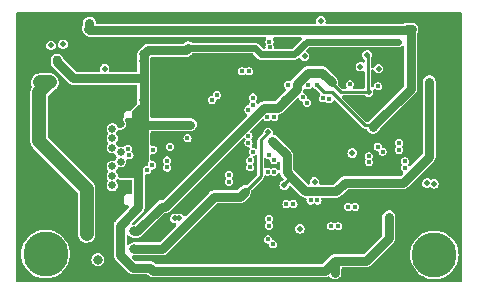
<source format=gbr>
%TF.GenerationSoftware,KiCad,Pcbnew,7.0.6*%
%TF.CreationDate,2024-03-24T10:59:23+08:00*%
%TF.ProjectId,USB3 Hub,55534233-2048-4756-922e-6b696361645f,rev?*%
%TF.SameCoordinates,Original*%
%TF.FileFunction,Copper,L3,Inr*%
%TF.FilePolarity,Positive*%
%FSLAX46Y46*%
G04 Gerber Fmt 4.6, Leading zero omitted, Abs format (unit mm)*
G04 Created by KiCad (PCBNEW 7.0.6) date 2024-03-24 10:59:23*
%MOMM*%
%LPD*%
G01*
G04 APERTURE LIST*
%TA.AperFunction,ComponentPad*%
%ADD10C,3.800000*%
%TD*%
%TA.AperFunction,ComponentPad*%
%ADD11C,0.650000*%
%TD*%
%TA.AperFunction,ComponentPad*%
%ADD12O,1.400000X0.800000*%
%TD*%
%TA.AperFunction,ViaPad*%
%ADD13C,0.500000*%
%TD*%
%TA.AperFunction,ViaPad*%
%ADD14C,0.390000*%
%TD*%
%TA.AperFunction,ViaPad*%
%ADD15C,0.450000*%
%TD*%
%TA.AperFunction,ViaPad*%
%ADD16C,0.800000*%
%TD*%
%TA.AperFunction,ViaPad*%
%ADD17C,0.750000*%
%TD*%
%TA.AperFunction,Conductor*%
%ADD18C,0.800000*%
%TD*%
%TA.AperFunction,Conductor*%
%ADD19C,0.600000*%
%TD*%
%TA.AperFunction,Conductor*%
%ADD20C,0.250000*%
%TD*%
%TA.AperFunction,Conductor*%
%ADD21C,1.200000*%
%TD*%
%TA.AperFunction,Conductor*%
%ADD22C,0.300000*%
%TD*%
G04 APERTURE END LIST*
D10*
%TO.N,N/C*%
%TO.C,H1*%
X124340000Y-100800000D03*
%TD*%
%TO.N,N/C*%
%TO.C,H2*%
X157260000Y-100860000D03*
%TD*%
D11*
%TO.N,GND*%
%TO.C,J1*%
X130690000Y-95380000D03*
%TO.N,/USB_TX2+*%
X129990000Y-94980000D03*
%TO.N,/USB_TX2-*%
X129990000Y-94180000D03*
%TO.N,/5V*%
X130690000Y-93780000D03*
%TO.N,/CC2*%
X129990000Y-93380000D03*
%TO.N,/D+*%
X130690000Y-92980000D03*
%TO.N,/D-*%
X130690000Y-92180000D03*
%TO.N,unconnected-(J1-SBU2-PadB8)*%
X129990000Y-91780000D03*
%TO.N,/5V*%
X130690000Y-91380000D03*
%TO.N,/USB_RX1-*%
X129990000Y-90980000D03*
%TO.N,/USB_RX1+*%
X129990000Y-90180000D03*
%TO.N,GND*%
X130690000Y-89780000D03*
D12*
X125630000Y-88090000D03*
X130090000Y-88450000D03*
X130090000Y-96710000D03*
X125630000Y-97070000D03*
%TD*%
D13*
%TO.N,GND*%
X157940000Y-93190000D03*
X122510000Y-89090000D03*
X153067094Y-85479508D03*
X126960000Y-100500000D03*
X148370000Y-94590000D03*
X149810000Y-83527000D03*
X158900000Y-97260000D03*
X158820000Y-89330000D03*
D14*
X154350000Y-89700000D03*
D13*
X132600000Y-102769500D03*
D14*
X143260000Y-96760000D03*
D13*
X148530000Y-80960000D03*
X135365332Y-97015332D03*
X123990000Y-80840000D03*
D14*
X139760000Y-101430000D03*
X152570000Y-93990000D03*
X142441187Y-96699380D03*
X143320000Y-85660000D03*
D13*
X147470000Y-92860000D03*
X126780000Y-84130000D03*
X125060000Y-95250000D03*
X149160000Y-90230000D03*
X147450000Y-91210000D03*
X133790000Y-90670000D03*
D14*
X154400000Y-93900000D03*
D13*
X157880000Y-98220000D03*
D14*
X139080000Y-96870000D03*
D13*
X152030000Y-99370000D03*
X152110000Y-88320000D03*
X129070000Y-91990000D03*
X124390000Y-93860000D03*
X144560000Y-90250000D03*
X158370000Y-90150000D03*
X136220000Y-96850000D03*
D14*
X141350000Y-92410000D03*
D13*
X127930000Y-87210000D03*
X125140000Y-89000000D03*
X127400000Y-84090000D03*
X129550000Y-102340000D03*
D14*
X140310000Y-85860000D03*
D13*
X145420000Y-89340000D03*
X122500000Y-91840000D03*
X149110000Y-92040000D03*
D14*
X144250000Y-96240000D03*
D13*
X157850000Y-83510000D03*
X154650000Y-88800000D03*
D14*
X154690000Y-92360000D03*
D13*
X149140000Y-91170000D03*
X130010000Y-86990000D03*
X127960000Y-83390000D03*
X126730000Y-83480000D03*
X148340000Y-90230000D03*
X145020000Y-82870000D03*
D14*
X141810000Y-100080000D03*
D13*
X134340000Y-91080000D03*
X126180000Y-91730000D03*
X146500000Y-92000000D03*
D14*
X145730220Y-96204502D03*
D13*
X136690000Y-86130000D03*
D14*
X150990000Y-98510000D03*
D13*
X157520000Y-82550000D03*
X132990000Y-95190000D03*
D15*
X137970000Y-94400000D03*
D14*
X137720000Y-101430000D03*
D13*
X127400000Y-92760000D03*
X159090000Y-102630000D03*
X126170000Y-102690000D03*
X127980000Y-84070000D03*
D14*
X139390000Y-94950000D03*
X136780000Y-101180000D03*
D13*
X144000000Y-94420000D03*
D14*
X137690000Y-85090000D03*
D13*
X154017091Y-84644366D03*
D14*
X138710000Y-100190000D03*
X148300000Y-97710000D03*
D13*
X132970000Y-80870000D03*
X148280000Y-92010000D03*
X146580000Y-93640000D03*
X144190000Y-84584500D03*
X149040000Y-89440000D03*
X156810000Y-98180000D03*
X126430000Y-80840000D03*
X133610000Y-92630000D03*
X137420000Y-89920000D03*
D14*
X138870000Y-101410000D03*
D13*
X147420000Y-92050000D03*
X153430000Y-101000000D03*
X143430000Y-94950000D03*
D14*
X153690000Y-90190000D03*
D15*
X145400000Y-88520000D03*
D13*
X133460500Y-98619656D03*
X126840000Y-84710000D03*
D14*
X154660000Y-90770000D03*
D13*
X145630000Y-92810000D03*
X150990000Y-102390000D03*
X128870000Y-97400000D03*
D14*
X141520000Y-101400000D03*
X139310000Y-98390000D03*
X153180000Y-90700000D03*
D13*
X130910000Y-80940000D03*
X122449810Y-97285938D03*
D14*
X139477005Y-100131721D03*
D13*
X135540000Y-100680000D03*
X136010000Y-87990000D03*
X122470000Y-95820000D03*
D15*
X146850000Y-88890000D03*
D13*
X148520000Y-93610000D03*
X149790000Y-102420000D03*
D14*
X140830000Y-96740000D03*
D13*
X145630000Y-91250000D03*
X127920000Y-84750000D03*
D14*
X143240000Y-100770000D03*
D13*
X141520000Y-80750000D03*
D14*
X140640000Y-101420000D03*
D13*
X150350000Y-100380000D03*
D14*
X146550000Y-96930000D03*
D13*
X122700000Y-80980000D03*
X137040000Y-84260000D03*
X126080000Y-82390000D03*
D14*
X138170000Y-88230000D03*
D13*
X130310000Y-83510000D03*
D14*
X149640000Y-98640000D03*
D13*
X135770000Y-80660000D03*
X158810000Y-91130000D03*
D15*
X147100000Y-88060000D03*
D13*
X146560000Y-92850000D03*
X155350000Y-102670000D03*
X149110000Y-92850000D03*
X159010000Y-84120000D03*
D14*
X139790000Y-97800000D03*
D13*
X131310000Y-83150000D03*
D14*
X140350000Y-92180000D03*
D13*
X147439502Y-84470000D03*
X122360000Y-85850000D03*
X125220000Y-98390000D03*
D14*
X137730000Y-87030000D03*
X141420000Y-87300000D03*
X138330000Y-97590000D03*
D13*
X147370000Y-90230000D03*
D14*
X142410000Y-99680000D03*
D13*
X126800000Y-98080000D03*
D14*
X140340000Y-85210000D03*
X139430000Y-93770000D03*
X139230000Y-86070000D03*
D13*
X133840000Y-84570000D03*
X145660000Y-92070000D03*
D14*
X141310000Y-93850000D03*
D13*
X145430000Y-90270000D03*
X136250000Y-92320000D03*
X126760000Y-101600000D03*
X144300000Y-101160000D03*
D14*
X151890000Y-91980000D03*
D13*
X155840000Y-80970500D03*
D14*
X140270000Y-100080000D03*
D15*
X147560000Y-93780000D03*
D14*
X140010000Y-96700000D03*
D13*
X140400000Y-89660000D03*
X147450000Y-89420000D03*
X152430000Y-96660000D03*
D14*
X147940000Y-98270000D03*
X152590000Y-95470000D03*
D13*
X131300000Y-95310000D03*
X126420000Y-99270000D03*
X150310000Y-80790000D03*
X135500000Y-90830000D03*
D14*
X143130000Y-98980000D03*
D13*
X150470000Y-88000000D03*
D14*
X154800000Y-91150000D03*
D13*
X147000000Y-98470000D03*
X138090000Y-80890000D03*
D14*
X139090000Y-88510000D03*
D13*
X153840000Y-86080000D03*
X138920000Y-80930000D03*
X149840000Y-84690000D03*
X131440000Y-86860000D03*
X150210000Y-91240000D03*
X149094664Y-88791032D03*
D14*
X144000000Y-100430000D03*
D13*
X155990000Y-97720000D03*
X148320000Y-88780000D03*
D14*
X141070000Y-100050000D03*
D13*
X122570000Y-87540000D03*
X155411032Y-88169896D03*
X127380000Y-83490000D03*
X158800000Y-95520000D03*
X146480000Y-91230000D03*
X127320000Y-84960000D03*
D15*
X137440000Y-94960000D03*
D13*
X122510000Y-93260000D03*
X122400000Y-84470000D03*
D14*
X143960000Y-93300000D03*
D13*
X150230000Y-90070000D03*
X152270000Y-97990000D03*
D14*
X140930000Y-86510000D03*
D13*
X158900000Y-87890000D03*
X148300000Y-89440000D03*
X122530000Y-90510000D03*
X131140000Y-102720000D03*
X154570000Y-101550000D03*
X122450000Y-82260000D03*
X159010000Y-98870000D03*
X154550000Y-100290000D03*
D14*
X152580000Y-91190000D03*
X143910000Y-96740000D03*
D13*
X127650000Y-88770000D03*
D14*
X143980000Y-89740000D03*
X140170000Y-88940000D03*
X150850000Y-96170000D03*
X141950000Y-85700000D03*
D13*
X143560000Y-80910000D03*
X122560000Y-94710000D03*
X148310000Y-91200000D03*
X155360000Y-98950000D03*
X149590000Y-81030000D03*
X152670000Y-80910000D03*
D14*
X141030000Y-91640000D03*
D13*
X136310000Y-100670000D03*
X158780000Y-92640000D03*
D14*
X142620000Y-101330000D03*
D13*
X152880000Y-102400000D03*
D14*
X151800000Y-95480000D03*
D13*
X122470000Y-102490000D03*
X155940000Y-96330000D03*
D14*
X139290000Y-85410000D03*
D13*
X122580000Y-98980000D03*
X146230000Y-89360000D03*
X149820000Y-93080000D03*
D14*
X137880000Y-100190000D03*
D13*
X158750000Y-85630000D03*
X146140000Y-81060500D03*
X148800000Y-100420000D03*
X129120000Y-93540000D03*
D14*
X140550000Y-87020000D03*
X137730000Y-98240000D03*
D13*
X158930000Y-86840000D03*
X134340000Y-88610000D03*
X125140000Y-90520000D03*
X128160000Y-102580000D03*
X134990000Y-85040000D03*
D15*
X145710000Y-93660000D03*
D13*
X144700000Y-91200000D03*
D14*
X151180000Y-96780000D03*
D13*
X133580000Y-82690000D03*
X127190000Y-90290000D03*
X154130000Y-80950000D03*
X146360000Y-90230000D03*
X140550000Y-95010000D03*
D14*
X139210000Y-86860000D03*
D13*
X123710000Y-98360000D03*
D14*
X141580000Y-96730000D03*
D13*
X148340000Y-92830000D03*
X126820500Y-95750000D03*
X126810000Y-96600000D03*
D14*
X150680000Y-97830000D03*
X145590000Y-85190000D03*
D13*
X158140000Y-80830000D03*
X144520000Y-89340000D03*
D14*
X139720000Y-88380000D03*
D13*
X134930000Y-86950000D03*
D14*
X138850000Y-85070000D03*
X142690000Y-85960000D03*
D13*
%TO.N,/5V*%
X136610000Y-89840000D03*
D16*
X132710000Y-83840000D03*
D13*
X133230000Y-101980000D03*
X132750000Y-101960000D03*
X153400000Y-97650000D03*
X153850000Y-82820000D03*
X148810000Y-101900000D03*
D16*
X132670000Y-88480000D03*
D17*
X125322858Y-84391680D03*
D13*
X148840000Y-102380000D03*
D16*
X132670000Y-87790000D03*
D13*
X136430000Y-83340000D03*
X128940000Y-85780000D03*
D16*
X132670000Y-84460000D03*
D13*
X154202500Y-82827500D03*
X125820000Y-83020000D03*
X153400000Y-98340000D03*
X136050000Y-83590000D03*
%TO.N,/3.3V*%
X148583173Y-86344500D03*
D16*
X131820000Y-98870000D03*
X123770000Y-86350000D03*
D13*
X151700000Y-87080000D03*
X144510000Y-87640000D03*
D16*
X127830000Y-99120000D03*
X124700000Y-86250000D03*
D13*
X151560000Y-83930000D03*
%TO.N,Net-(U3-FB1)*%
X129350000Y-85090000D03*
%TO.N,Net-(U3-FB2)*%
X124805000Y-83130000D03*
%TO.N,/1.2V*%
X127970000Y-81700000D03*
X155360000Y-81770000D03*
X128050000Y-81250000D03*
X154910000Y-81770000D03*
D14*
X147300000Y-86490000D03*
D13*
X152080000Y-90060000D03*
D14*
%TO.N,/TX+*%
X143271403Y-92411403D03*
X141660000Y-92865000D03*
X143271403Y-92411403D03*
%TO.N,/TX-*%
X141660000Y-93455000D03*
X143688597Y-92828597D03*
X143688597Y-92828597D03*
%TO.N,/D_TX_1-*%
X138858597Y-87331403D03*
X141910000Y-87545000D03*
%TO.N,/D_TX_1+*%
X141910000Y-88135000D03*
X138441403Y-87748597D03*
%TO.N,/D_TX_4-*%
X143250000Y-97800000D03*
X144735000Y-96560000D03*
%TO.N,/D_TX_4+*%
X143250000Y-98390000D03*
X145325000Y-96560000D03*
D13*
%TO.N,Net-(D10-A1)*%
X157210000Y-94850000D03*
X156640000Y-94780000D03*
%TO.N,Net-(D11-A1)*%
X145880000Y-98660000D03*
D14*
%TO.N,/CC1*%
X131300000Y-91890000D03*
X134870000Y-91720000D03*
X133470000Y-91960000D03*
%TO.N,/D+*%
X131440000Y-92440000D03*
X141520000Y-90795000D03*
%TO.N,/D-*%
X141520000Y-91385000D03*
%TO.N,/USB_TX2+*%
X134620000Y-93465000D03*
%TO.N,/USB_TX2-*%
X134620000Y-92875000D03*
%TO.N,/CC2*%
X136360000Y-91000000D03*
%TO.N,/USB_RX1-*%
X132961403Y-93678597D03*
%TO.N,/USB_RX1+*%
X133378597Y-93261403D03*
%TO.N,/D_RX_2-*%
X154290000Y-91985000D03*
X152878597Y-92128597D03*
%TO.N,/D_RX_2+*%
X152461403Y-91711403D03*
X154290000Y-91395000D03*
%TO.N,/D_RX_3-*%
X149975000Y-96810000D03*
X148535000Y-98427590D03*
%TO.N,/D_RX_3+*%
X149125000Y-98427590D03*
X150565000Y-96810000D03*
%TO.N,Net-(U2-RESETJ)*%
X146460000Y-87970000D03*
%TO.N,Net-(U2-CHIPEN)*%
X148360000Y-87700000D03*
%TO.N,Net-(U2-RTERM)*%
X147820000Y-87600000D03*
%TO.N,Net-(U2-PGANG)*%
X144843760Y-86480303D03*
%TO.N,Net-(U2-VDDP)*%
X150110341Y-86415918D03*
%TO.N,Net-(U4-HOLD)*%
X152508368Y-86579500D03*
%TO.N,/RX-*%
X139880000Y-94675000D03*
X143680000Y-93830000D03*
%TO.N,/RX+*%
X143135000Y-93820000D03*
X139880000Y-94085000D03*
%TO.N,/SPI_DO*%
X146530000Y-86510000D03*
%TO.N,/SPI_CLK*%
X146140000Y-87530000D03*
D13*
%TO.N,/SPI_DI*%
X152540000Y-85100000D03*
%TO.N,/SPI_CS*%
X150996371Y-84930495D03*
D14*
%TO.N,/DP4_P*%
X146775000Y-96260000D03*
X143161403Y-99551403D03*
%TO.N,/DP2_P*%
X154780000Y-92925000D03*
X151730000Y-93000000D03*
%TO.N,/DP1_P*%
X143125000Y-89200000D03*
X140975000Y-85310000D03*
%TO.N,/DP1_N*%
X141565000Y-85310000D03*
X143680000Y-89200000D03*
%TO.N,/DP2_N*%
X154780000Y-93515000D03*
X151700000Y-92510000D03*
%TO.N,/DP4_N*%
X147365000Y-96260000D03*
X143578597Y-99968597D03*
D16*
%TO.N,/A3.3V*%
X128770000Y-101280000D03*
D13*
X141210000Y-95530000D03*
X143189078Y-90496831D03*
X150310000Y-92240000D03*
X147120000Y-94660000D03*
D16*
X131850000Y-100360000D03*
D13*
%TO.N,/X1*%
X147650000Y-81060500D03*
%TO.N,/X2*%
X146280000Y-84060000D03*
%TO.N,/A1.2V*%
X143500000Y-91120000D03*
X144550000Y-94964750D03*
X150440000Y-94770000D03*
D14*
X141520000Y-88560000D03*
D13*
X156700000Y-86690000D03*
X145700000Y-94860000D03*
D14*
X141900000Y-92130000D03*
D13*
X156810000Y-86220000D03*
%TO.N,Net-(D12-A1)*%
X135280000Y-97770000D03*
X135674419Y-97754916D03*
D14*
%TO.N,Net-(D13-A1)*%
X143300000Y-82800000D03*
X143310000Y-83240000D03*
%TD*%
D18*
%TO.N,/1.2V*%
X128130000Y-81860000D02*
X155270000Y-81860000D01*
X127970000Y-81700000D02*
X128130000Y-81860000D01*
%TO.N,/5V*%
X148840000Y-101350000D02*
X148830000Y-101360000D01*
X153400000Y-99460000D02*
X151510000Y-101350000D01*
X151510000Y-101350000D02*
X148840000Y-101350000D01*
X153400000Y-97650000D02*
X153400000Y-99460000D01*
%TO.N,/3.3V*%
X147783173Y-85440000D02*
X148583173Y-86240000D01*
X146540000Y-85440000D02*
X147783173Y-85440000D01*
X145620000Y-86360000D02*
X146540000Y-85440000D01*
X145620000Y-86800000D02*
X145620000Y-86360000D01*
X142830000Y-88420000D02*
X144000000Y-88420000D01*
X132080000Y-98870000D02*
X134180000Y-96770000D01*
X131820000Y-98870000D02*
X132080000Y-98870000D01*
X134180000Y-96770000D02*
X134480000Y-96770000D01*
X144000000Y-88420000D02*
X145620000Y-86800000D01*
X134480000Y-96770000D02*
X142830000Y-88420000D01*
%TO.N,/5V*%
X132670000Y-88480000D02*
X132670000Y-89830000D01*
X132670000Y-87110000D02*
X132670000Y-85740000D01*
X132670000Y-89830000D02*
X136600000Y-89830000D01*
X125322858Y-84552858D02*
X126690000Y-85920000D01*
D19*
X142050000Y-83340000D02*
X142595000Y-83885000D01*
D18*
X136210000Y-83560000D02*
X136430000Y-83340000D01*
X132670000Y-86210000D02*
X132670000Y-85740000D01*
X136600000Y-89830000D02*
X136610000Y-89840000D01*
X132710000Y-83840000D02*
X132990000Y-83560000D01*
X132740000Y-101970000D02*
X132750000Y-101960000D01*
X148830000Y-101360000D02*
X148830000Y-102370000D01*
X148830000Y-102370000D02*
X148840000Y-102380000D01*
X132670000Y-83880000D02*
X132670000Y-85310000D01*
X131760000Y-101970000D02*
X132740000Y-101970000D01*
D19*
X145405000Y-83885000D02*
X146462500Y-82827500D01*
D18*
X147980000Y-102210000D02*
X148830000Y-101360000D01*
X132190000Y-94040000D02*
X132190000Y-96850000D01*
X132670000Y-85740000D02*
X132670000Y-85700000D01*
X132670000Y-88480000D02*
X132670000Y-87110000D01*
X132490000Y-85920000D02*
X132670000Y-85740000D01*
X131840000Y-93690000D02*
X132190000Y-94040000D01*
D19*
X146462500Y-82827500D02*
X154202500Y-82827500D01*
X142595000Y-83885000D02*
X145405000Y-83885000D01*
D18*
X132670000Y-85310000D02*
X132670000Y-86210000D01*
X130650000Y-98390000D02*
X130650000Y-100860000D01*
X132710000Y-83840000D02*
X132670000Y-83880000D01*
X132670000Y-84460000D02*
X132670000Y-83880000D01*
X132990000Y-83560000D02*
X136210000Y-83560000D01*
X132190000Y-96850000D02*
X130650000Y-98390000D01*
X133460000Y-102210000D02*
X147980000Y-102210000D01*
X126690000Y-85920000D02*
X132490000Y-85920000D01*
D19*
X136430000Y-83340000D02*
X142050000Y-83340000D01*
D18*
X125322858Y-84391680D02*
X125322858Y-84552858D01*
X133210000Y-101960000D02*
X133460000Y-102210000D01*
X132670000Y-92860000D02*
X131840000Y-93690000D01*
X132670000Y-89830000D02*
X132670000Y-92860000D01*
X132670000Y-85740000D02*
X132670000Y-84460000D01*
X130650000Y-100860000D02*
X131760000Y-101970000D01*
X132750000Y-101960000D02*
X133210000Y-101960000D01*
D20*
%TO.N,/3.3V*%
X151640000Y-87020000D02*
X151700000Y-87080000D01*
D21*
X127820000Y-95260000D02*
X127820000Y-99080000D01*
X124700000Y-86250000D02*
X123870000Y-86250000D01*
X123810000Y-87080000D02*
X123810000Y-91250000D01*
D20*
X151640000Y-84010000D02*
X151640000Y-87020000D01*
X151700000Y-87080000D02*
X149318673Y-87080000D01*
X151560000Y-83930000D02*
X151640000Y-84010000D01*
X144510000Y-87640000D02*
X144530000Y-87660000D01*
X149318673Y-87080000D02*
X148583173Y-86344500D01*
D21*
X123810000Y-91250000D02*
X127820000Y-95260000D01*
X124640000Y-86250000D02*
X123810000Y-87080000D01*
X124700000Y-86250000D02*
X124640000Y-86250000D01*
D18*
%TO.N,/1.2V*%
X128050000Y-81620000D02*
X127970000Y-81700000D01*
X155360000Y-81770000D02*
X154910000Y-81770000D01*
D20*
X147300000Y-86490000D02*
X147899265Y-87089265D01*
D18*
X155360000Y-81770000D02*
X155270000Y-81860000D01*
D20*
X147899265Y-87089265D02*
X148569265Y-87089265D01*
D18*
X152080000Y-89980000D02*
X152080000Y-90060000D01*
D20*
X151920000Y-89900000D02*
X152080000Y-90060000D01*
X148569265Y-87089265D02*
X151380000Y-89900000D01*
D18*
X155270000Y-86790000D02*
X152080000Y-89980000D01*
D20*
X151380000Y-89900000D02*
X151920000Y-89900000D01*
D18*
X155270000Y-81860000D02*
X155270000Y-86790000D01*
X128050000Y-81250000D02*
X128050000Y-81620000D01*
D20*
%TO.N,/A3.3V*%
X142560000Y-91125909D02*
X142560000Y-94180000D01*
X142560000Y-94180000D02*
X141210000Y-95530000D01*
D18*
X134200000Y-100360000D02*
X138605000Y-95955000D01*
D20*
X143189078Y-90496831D02*
X142560000Y-91125909D01*
D18*
X131850000Y-100360000D02*
X134200000Y-100360000D01*
X138605000Y-95955000D02*
X140785000Y-95955000D01*
X140785000Y-95955000D02*
X141210000Y-95530000D01*
%TO.N,/A1.2V*%
X144750000Y-93880000D02*
X145305000Y-94435000D01*
D22*
X145035000Y-94435000D02*
X145305000Y-94435000D01*
D18*
X154598590Y-94750000D02*
X156810000Y-92538590D01*
X149680000Y-94750000D02*
X154598590Y-94750000D01*
X143530000Y-91220000D02*
X143530000Y-91230000D01*
D22*
X144550000Y-94964750D02*
X144550000Y-94920000D01*
D18*
X146330000Y-95460000D02*
X148970000Y-95460000D01*
X145305000Y-94435000D02*
X146330000Y-95460000D01*
X143530000Y-91230000D02*
X144750000Y-92450000D01*
X156810000Y-92538590D02*
X156810000Y-86220000D01*
X144750000Y-92450000D02*
X144750000Y-93880000D01*
D22*
X144550000Y-94920000D02*
X145035000Y-94435000D01*
D18*
X148970000Y-95460000D02*
X149680000Y-94750000D01*
%TD*%
%TA.AperFunction,Conductor*%
%TO.N,GND*%
G36*
X141178965Y-90952071D02*
G01*
X141234898Y-90993943D01*
X141243015Y-91006248D01*
X141251249Y-91020509D01*
X141255575Y-91028002D01*
X141272045Y-91095903D01*
X141255574Y-91151999D01*
X141190328Y-91265008D01*
X141190327Y-91265011D01*
X141169170Y-91384999D01*
X141169170Y-91385000D01*
X141190327Y-91504988D01*
X141190329Y-91504993D01*
X141251246Y-91610505D01*
X141251251Y-91610511D01*
X141294084Y-91646452D01*
X141344585Y-91688828D01*
X141344589Y-91688829D01*
X141344590Y-91688830D01*
X141442198Y-91724356D01*
X141459079Y-91730500D01*
X141459081Y-91730500D01*
X141516928Y-91730500D01*
X141583967Y-91750185D01*
X141629722Y-91802989D01*
X141639666Y-91872147D01*
X141624315Y-91916499D01*
X141570330Y-92010003D01*
X141570327Y-92010011D01*
X141549170Y-92129999D01*
X141549170Y-92130000D01*
X141570327Y-92249988D01*
X141570328Y-92249991D01*
X141630013Y-92353369D01*
X141646485Y-92421269D01*
X141623632Y-92487296D01*
X141568710Y-92530486D01*
X141565035Y-92531890D01*
X141484589Y-92561169D01*
X141484583Y-92561173D01*
X141391251Y-92639488D01*
X141391246Y-92639494D01*
X141330329Y-92745006D01*
X141330327Y-92745011D01*
X141309170Y-92864999D01*
X141309170Y-92865000D01*
X141330327Y-92984988D01*
X141330328Y-92984991D01*
X141395574Y-93098001D01*
X141412046Y-93165901D01*
X141395574Y-93221999D01*
X141330328Y-93335008D01*
X141330327Y-93335011D01*
X141309170Y-93454999D01*
X141309170Y-93455000D01*
X141330327Y-93574988D01*
X141330329Y-93574993D01*
X141391246Y-93680505D01*
X141391251Y-93680511D01*
X141403166Y-93690509D01*
X141484585Y-93758828D01*
X141484589Y-93758829D01*
X141484590Y-93758830D01*
X141599076Y-93800499D01*
X141599079Y-93800500D01*
X141599081Y-93800500D01*
X141720919Y-93800500D01*
X141720921Y-93800500D01*
X141835415Y-93758828D01*
X141928751Y-93680509D01*
X141989672Y-93574991D01*
X142010830Y-93455000D01*
X141989672Y-93335009D01*
X141928751Y-93229491D01*
X141928750Y-93229490D01*
X141924426Y-93222000D01*
X141907953Y-93154100D01*
X141924426Y-93098000D01*
X141949769Y-93054104D01*
X141989672Y-92984991D01*
X142010830Y-92865000D01*
X142007514Y-92846197D01*
X142001641Y-92812887D01*
X141989672Y-92745009D01*
X141949727Y-92675822D01*
X141929987Y-92641631D01*
X141913514Y-92573730D01*
X141936367Y-92507704D01*
X141991288Y-92464513D01*
X141994965Y-92463109D01*
X142005084Y-92459426D01*
X142075415Y-92433828D01*
X142080793Y-92429314D01*
X142144799Y-92401301D01*
X142213791Y-92412338D01*
X142265864Y-92458924D01*
X142284500Y-92524303D01*
X142284500Y-94014521D01*
X142264815Y-94081560D01*
X142248181Y-94102202D01*
X141403964Y-94946418D01*
X141342641Y-94979903D01*
X141312049Y-94982665D01*
X141304416Y-94982404D01*
X141153174Y-94977237D01*
X141153171Y-94977237D01*
X141006149Y-95013066D01*
X141006147Y-95013067D01*
X140874242Y-95087232D01*
X140874237Y-95087236D01*
X140593294Y-95368181D01*
X140531971Y-95401666D01*
X140505613Y-95404500D01*
X138614415Y-95404500D01*
X138548175Y-95402237D01*
X138548174Y-95402237D01*
X138505165Y-95412717D01*
X138498931Y-95413902D01*
X138455080Y-95419930D01*
X138438615Y-95427081D01*
X138418585Y-95433817D01*
X138412701Y-95435251D01*
X138401148Y-95438067D01*
X138381413Y-95449163D01*
X138362566Y-95459759D01*
X138356880Y-95462584D01*
X138316278Y-95480220D01*
X138316276Y-95480221D01*
X138302356Y-95491546D01*
X138284886Y-95503436D01*
X138269241Y-95512233D01*
X138269240Y-95512234D01*
X138237934Y-95543539D01*
X138233221Y-95547792D01*
X138198896Y-95575717D01*
X138198891Y-95575722D01*
X138188542Y-95590383D01*
X138174923Y-95606550D01*
X136211732Y-97569741D01*
X136150409Y-97603226D01*
X136080717Y-97598242D01*
X136024784Y-97556370D01*
X136013568Y-97538358D01*
X136002469Y-97516574D01*
X136002464Y-97516568D01*
X135912766Y-97426870D01*
X135912763Y-97426868D01*
X135912761Y-97426866D01*
X135799723Y-97369270D01*
X135799722Y-97369269D01*
X135799719Y-97369268D01*
X135674422Y-97349424D01*
X135674417Y-97349424D01*
X135549116Y-97369269D01*
X135549114Y-97369269D01*
X135518700Y-97384766D01*
X135450030Y-97397661D01*
X135414622Y-97387264D01*
X135414588Y-97387370D01*
X135410887Y-97386167D01*
X135406117Y-97384767D01*
X135405308Y-97384355D01*
X135405302Y-97384353D01*
X135280002Y-97364508D01*
X135279997Y-97364508D01*
X135154699Y-97384352D01*
X135154698Y-97384352D01*
X135097594Y-97413449D01*
X135041658Y-97441950D01*
X135041657Y-97441950D01*
X135041657Y-97441951D01*
X135041652Y-97441954D01*
X134951954Y-97531652D01*
X134951951Y-97531657D01*
X134951950Y-97531658D01*
X134939359Y-97556370D01*
X134894352Y-97644698D01*
X134894352Y-97644699D01*
X134874508Y-97769996D01*
X134874508Y-97770003D01*
X134894352Y-97895300D01*
X134894352Y-97895301D01*
X134894354Y-97895304D01*
X134951950Y-98008342D01*
X134951952Y-98008344D01*
X134951954Y-98008347D01*
X135041652Y-98098045D01*
X135041654Y-98098046D01*
X135041658Y-98098050D01*
X135154696Y-98155646D01*
X135154697Y-98155646D01*
X135154699Y-98155647D01*
X135279997Y-98175492D01*
X135280000Y-98175492D01*
X135280001Y-98175492D01*
X135282934Y-98175027D01*
X135290391Y-98173846D01*
X135359683Y-98182797D01*
X135413137Y-98227791D01*
X135433780Y-98294542D01*
X135415058Y-98361856D01*
X135397474Y-98383999D01*
X134008294Y-99773181D01*
X133946971Y-99806666D01*
X133920613Y-99809500D01*
X131890146Y-99809500D01*
X131882046Y-99808969D01*
X131864553Y-99806666D01*
X131850001Y-99804750D01*
X131849998Y-99804750D01*
X131817555Y-99809021D01*
X131813693Y-99809407D01*
X131812346Y-99809499D01*
X131784845Y-99813279D01*
X131776450Y-99814433D01*
X131706291Y-99823670D01*
X131705691Y-99823749D01*
X131700704Y-99824755D01*
X131700075Y-99824931D01*
X131634964Y-99853214D01*
X131572370Y-99879141D01*
X131566604Y-99882469D01*
X131561934Y-99884822D01*
X131561281Y-99885219D01*
X131508658Y-99928030D01*
X131457375Y-99967382D01*
X131451633Y-99973124D01*
X131451178Y-99972669D01*
X131449521Y-99974372D01*
X131449682Y-99974522D01*
X131443892Y-99980721D01*
X131425803Y-100006348D01*
X131371061Y-100049764D01*
X131301536Y-100056693D01*
X131239301Y-100024933D01*
X131204117Y-99964569D01*
X131200500Y-99934838D01*
X131200500Y-99332239D01*
X131220185Y-99265200D01*
X131272989Y-99219445D01*
X131342147Y-99209501D01*
X131405703Y-99238526D01*
X131422876Y-99256753D01*
X131427379Y-99262621D01*
X131440616Y-99272779D01*
X131455746Y-99286511D01*
X131469318Y-99301043D01*
X131505644Y-99323133D01*
X131511179Y-99326923D01*
X131542375Y-99350861D01*
X131561358Y-99358724D01*
X131578332Y-99367336D01*
X131598620Y-99379673D01*
X131636193Y-99390200D01*
X131643199Y-99392623D01*
X131676291Y-99406330D01*
X131700491Y-99409515D01*
X131717756Y-99413052D01*
X131735328Y-99417976D01*
X131744334Y-99420500D01*
X131744335Y-99420500D01*
X131779854Y-99420500D01*
X131787953Y-99421030D01*
X131801095Y-99422761D01*
X131819999Y-99425250D01*
X131820000Y-99425250D01*
X131820001Y-99425250D01*
X131838905Y-99422761D01*
X131852046Y-99421030D01*
X131860146Y-99420500D01*
X132070603Y-99420500D01*
X132136826Y-99422762D01*
X132179832Y-99412280D01*
X132186051Y-99411098D01*
X132229920Y-99405070D01*
X132246383Y-99397918D01*
X132266416Y-99391181D01*
X132283852Y-99386933D01*
X132322465Y-99365221D01*
X132328090Y-99362427D01*
X132368720Y-99344780D01*
X132382632Y-99333460D01*
X132400123Y-99321557D01*
X132415755Y-99312768D01*
X132415753Y-99312768D01*
X132415759Y-99312766D01*
X132447059Y-99281464D01*
X132451771Y-99277211D01*
X132486108Y-99249278D01*
X132496456Y-99234616D01*
X132510074Y-99218449D01*
X134371704Y-97356819D01*
X134433028Y-97323334D01*
X134459386Y-97320500D01*
X134470603Y-97320500D01*
X134536826Y-97322762D01*
X134579832Y-97312280D01*
X134586051Y-97311098D01*
X134629920Y-97305070D01*
X134646383Y-97297918D01*
X134666416Y-97291181D01*
X134683852Y-97286933D01*
X134722465Y-97265221D01*
X134728090Y-97262427D01*
X134768720Y-97244780D01*
X134782632Y-97233460D01*
X134800123Y-97221557D01*
X134815755Y-97212768D01*
X134815753Y-97212768D01*
X134815759Y-97212766D01*
X134847059Y-97181464D01*
X134851771Y-97177211D01*
X134886108Y-97149278D01*
X134896456Y-97134616D01*
X134910074Y-97118449D01*
X137353523Y-94675000D01*
X139529170Y-94675000D01*
X139550327Y-94794988D01*
X139550329Y-94794993D01*
X139611246Y-94900505D01*
X139611251Y-94900511D01*
X139647900Y-94931263D01*
X139704585Y-94978828D01*
X139704589Y-94978829D01*
X139704590Y-94978830D01*
X139819076Y-95020499D01*
X139819079Y-95020500D01*
X139819081Y-95020500D01*
X139940919Y-95020500D01*
X139940921Y-95020500D01*
X140055415Y-94978828D01*
X140148751Y-94900509D01*
X140209672Y-94794991D01*
X140230830Y-94675000D01*
X140209672Y-94555009D01*
X140187460Y-94516536D01*
X140144426Y-94441999D01*
X140127953Y-94374098D01*
X140144426Y-94317999D01*
X140148749Y-94310510D01*
X140148751Y-94310509D01*
X140209672Y-94204991D01*
X140230830Y-94085000D01*
X140230223Y-94081560D01*
X140220091Y-94024096D01*
X140209672Y-93965009D01*
X140148751Y-93859491D01*
X140148749Y-93859489D01*
X140148748Y-93859488D01*
X140055416Y-93781173D01*
X140055415Y-93781172D01*
X140055412Y-93781171D01*
X140055409Y-93781169D01*
X139940923Y-93739500D01*
X139940921Y-93739500D01*
X139819079Y-93739500D01*
X139819076Y-93739500D01*
X139704590Y-93781169D01*
X139704583Y-93781173D01*
X139611251Y-93859488D01*
X139611246Y-93859494D01*
X139550329Y-93965006D01*
X139550327Y-93965011D01*
X139529170Y-94084999D01*
X139529170Y-94085000D01*
X139550327Y-94204988D01*
X139550328Y-94204991D01*
X139615574Y-94318001D01*
X139632046Y-94385901D01*
X139615574Y-94441999D01*
X139550328Y-94555008D01*
X139550327Y-94555011D01*
X139529170Y-94674999D01*
X139529170Y-94675000D01*
X137353523Y-94675000D01*
X141047952Y-90980570D01*
X141109273Y-90947087D01*
X141178965Y-90952071D01*
G37*
%TD.AperFunction*%
%TA.AperFunction,Conductor*%
G36*
X154643148Y-83132079D02*
G01*
X154697476Y-83176013D01*
X154719428Y-83242344D01*
X154719500Y-83246559D01*
X154719500Y-86510612D01*
X154699815Y-86577651D01*
X154683181Y-86598293D01*
X151697382Y-89584092D01*
X151689854Y-89591123D01*
X151627423Y-89622495D01*
X151605216Y-89624500D01*
X151545478Y-89624500D01*
X151478439Y-89604815D01*
X151457797Y-89588181D01*
X149436797Y-87567181D01*
X149403312Y-87505858D01*
X149408296Y-87436166D01*
X149450168Y-87380233D01*
X149515632Y-87355816D01*
X149524478Y-87355500D01*
X151357745Y-87355500D01*
X151424784Y-87375185D01*
X151445426Y-87391819D01*
X151461652Y-87408045D01*
X151461654Y-87408046D01*
X151461658Y-87408050D01*
X151574696Y-87465646D01*
X151574697Y-87465646D01*
X151574699Y-87465647D01*
X151699997Y-87485492D01*
X151700000Y-87485492D01*
X151700003Y-87485492D01*
X151825300Y-87465647D01*
X151825301Y-87465647D01*
X151825302Y-87465646D01*
X151825304Y-87465646D01*
X151938342Y-87408050D01*
X152028050Y-87318342D01*
X152085646Y-87205304D01*
X152085646Y-87205302D01*
X152085647Y-87205301D01*
X152085647Y-87205300D01*
X152105492Y-87080003D01*
X152105492Y-87079998D01*
X152086587Y-86960638D01*
X152095541Y-86891345D01*
X152140538Y-86837893D01*
X152207289Y-86817253D01*
X152274603Y-86835978D01*
X152288763Y-86846247D01*
X152332953Y-86883328D01*
X152332956Y-86883329D01*
X152332958Y-86883330D01*
X152438012Y-86921566D01*
X152447447Y-86925000D01*
X152447449Y-86925000D01*
X152569287Y-86925000D01*
X152569289Y-86925000D01*
X152683783Y-86883328D01*
X152777119Y-86805009D01*
X152838040Y-86699491D01*
X152859198Y-86579500D01*
X152853869Y-86549281D01*
X152843416Y-86490000D01*
X152838040Y-86459509D01*
X152780770Y-86360314D01*
X152777121Y-86353994D01*
X152777116Y-86353988D01*
X152694292Y-86284490D01*
X152683783Y-86275672D01*
X152683780Y-86275671D01*
X152683777Y-86275669D01*
X152569291Y-86234000D01*
X152569289Y-86234000D01*
X152447447Y-86234000D01*
X152447444Y-86234000D01*
X152332958Y-86275669D01*
X152332951Y-86275673D01*
X152239619Y-86353988D01*
X152239614Y-86353994D01*
X152178697Y-86459506D01*
X152178695Y-86459511D01*
X152161616Y-86556372D01*
X152130589Y-86618975D01*
X152070642Y-86654865D01*
X152000807Y-86652648D01*
X151943257Y-86613027D01*
X151916264Y-86548582D01*
X151915500Y-86534839D01*
X151915500Y-85273023D01*
X151935185Y-85205984D01*
X151987989Y-85160229D01*
X152057147Y-85150285D01*
X152120703Y-85179310D01*
X152149985Y-85216728D01*
X152154353Y-85225301D01*
X152154354Y-85225304D01*
X152211950Y-85338342D01*
X152211952Y-85338344D01*
X152211954Y-85338347D01*
X152301652Y-85428045D01*
X152301654Y-85428046D01*
X152301658Y-85428050D01*
X152414696Y-85485646D01*
X152414697Y-85485646D01*
X152414699Y-85485647D01*
X152539997Y-85505492D01*
X152540000Y-85505492D01*
X152540003Y-85505492D01*
X152665300Y-85485647D01*
X152665301Y-85485647D01*
X152665302Y-85485646D01*
X152665304Y-85485646D01*
X152778342Y-85428050D01*
X152868050Y-85338342D01*
X152925646Y-85225304D01*
X152925646Y-85225302D01*
X152925647Y-85225301D01*
X152925647Y-85225300D01*
X152945492Y-85100003D01*
X152945492Y-85099996D01*
X152925647Y-84974699D01*
X152925647Y-84974698D01*
X152920451Y-84964500D01*
X152868050Y-84861658D01*
X152868046Y-84861654D01*
X152868045Y-84861652D01*
X152778347Y-84771954D01*
X152778344Y-84771952D01*
X152778342Y-84771950D01*
X152665304Y-84714354D01*
X152665303Y-84714353D01*
X152665300Y-84714352D01*
X152540003Y-84694508D01*
X152539997Y-84694508D01*
X152414699Y-84714352D01*
X152414698Y-84714352D01*
X152339337Y-84752751D01*
X152301658Y-84771950D01*
X152301656Y-84771951D01*
X152301657Y-84771951D01*
X152301652Y-84771954D01*
X152211954Y-84861652D01*
X152211951Y-84861657D01*
X152211950Y-84861658D01*
X152154908Y-84973609D01*
X152149985Y-84983271D01*
X152102010Y-85034067D01*
X152034189Y-85050862D01*
X151968054Y-85028324D01*
X151924603Y-84973609D01*
X151915500Y-84926976D01*
X151915500Y-84144237D01*
X151929016Y-84087941D01*
X151945646Y-84055304D01*
X151945647Y-84055300D01*
X151965492Y-83930003D01*
X151965492Y-83929996D01*
X151945647Y-83804699D01*
X151945647Y-83804698D01*
X151926074Y-83766284D01*
X151888050Y-83691658D01*
X151888046Y-83691654D01*
X151888045Y-83691652D01*
X151798347Y-83601954D01*
X151798344Y-83601952D01*
X151798342Y-83601950D01*
X151685304Y-83544354D01*
X151685303Y-83544353D01*
X151685300Y-83544352D01*
X151560000Y-83524507D01*
X151434699Y-83544352D01*
X151434698Y-83544352D01*
X151379676Y-83572388D01*
X151321658Y-83601950D01*
X151321657Y-83601950D01*
X151321657Y-83601951D01*
X151321652Y-83601954D01*
X151231954Y-83691652D01*
X151231951Y-83691657D01*
X151231950Y-83691658D01*
X151225508Y-83704302D01*
X151174352Y-83804698D01*
X151174352Y-83804699D01*
X151154508Y-83929996D01*
X151154508Y-83930003D01*
X151174352Y-84055300D01*
X151174352Y-84055301D01*
X151188818Y-84083692D01*
X151231950Y-84168342D01*
X151231952Y-84168344D01*
X151231954Y-84168347D01*
X151328181Y-84264574D01*
X151361666Y-84325897D01*
X151364500Y-84352255D01*
X151364500Y-84466225D01*
X151344815Y-84533264D01*
X151292011Y-84579019D01*
X151222853Y-84588963D01*
X151184205Y-84576710D01*
X151121671Y-84544847D01*
X150996374Y-84525003D01*
X150996368Y-84525003D01*
X150871070Y-84544847D01*
X150871069Y-84544847D01*
X150804005Y-84579019D01*
X150758029Y-84602445D01*
X150758028Y-84602445D01*
X150758028Y-84602446D01*
X150758023Y-84602449D01*
X150668325Y-84692147D01*
X150668322Y-84692152D01*
X150668321Y-84692153D01*
X150657010Y-84714352D01*
X150610723Y-84805193D01*
X150610723Y-84805194D01*
X150590879Y-84930491D01*
X150590879Y-84930498D01*
X150610723Y-85055795D01*
X150610723Y-85055796D01*
X150625121Y-85084052D01*
X150668321Y-85168837D01*
X150668323Y-85168839D01*
X150668325Y-85168842D01*
X150758023Y-85258540D01*
X150758025Y-85258541D01*
X150758029Y-85258545D01*
X150871067Y-85316141D01*
X150871068Y-85316141D01*
X150871070Y-85316142D01*
X150996368Y-85335987D01*
X150996371Y-85335987D01*
X150996374Y-85335987D01*
X151121671Y-85316142D01*
X151121673Y-85316141D01*
X151121675Y-85316141D01*
X151184206Y-85284279D01*
X151252873Y-85271383D01*
X151317614Y-85297658D01*
X151357871Y-85354764D01*
X151364500Y-85394764D01*
X151364500Y-86680500D01*
X151344815Y-86747539D01*
X151292011Y-86793294D01*
X151240500Y-86804500D01*
X150499716Y-86804500D01*
X150432677Y-86784815D01*
X150386922Y-86732011D01*
X150376978Y-86662853D01*
X150392329Y-86618500D01*
X150409924Y-86588024D01*
X150440013Y-86535909D01*
X150461171Y-86415918D01*
X150459141Y-86404408D01*
X150449731Y-86351042D01*
X150440013Y-86295927D01*
X150379092Y-86190409D01*
X150379090Y-86190407D01*
X150379089Y-86190406D01*
X150293739Y-86118789D01*
X150285756Y-86112090D01*
X150285753Y-86112089D01*
X150285750Y-86112087D01*
X150171264Y-86070418D01*
X150171262Y-86070418D01*
X150049420Y-86070418D01*
X150049417Y-86070418D01*
X149934931Y-86112087D01*
X149934924Y-86112091D01*
X149841592Y-86190406D01*
X149841587Y-86190412D01*
X149780670Y-86295924D01*
X149780668Y-86295929D01*
X149759511Y-86415917D01*
X149759511Y-86415918D01*
X149780668Y-86535906D01*
X149780670Y-86535911D01*
X149828353Y-86618500D01*
X149844826Y-86686400D01*
X149821973Y-86752427D01*
X149767052Y-86795618D01*
X149720966Y-86804500D01*
X149484151Y-86804500D01*
X149417112Y-86784815D01*
X149396470Y-86768181D01*
X149143599Y-86515310D01*
X149110114Y-86453987D01*
X149113090Y-86390117D01*
X149130769Y-86334416D01*
X149135935Y-86183174D01*
X149132335Y-86168403D01*
X149118612Y-86112087D01*
X149100106Y-86036148D01*
X149052072Y-85950719D01*
X149025940Y-85904242D01*
X149025936Y-85904237D01*
X148179079Y-85057381D01*
X148178356Y-85056607D01*
X148133853Y-85008956D01*
X148114571Y-84997230D01*
X148096034Y-84985957D01*
X148090783Y-84982383D01*
X148055514Y-84955638D01*
X148055515Y-84955638D01*
X148038815Y-84949052D01*
X148019889Y-84939652D01*
X148009350Y-84933243D01*
X148004555Y-84930328D01*
X148004554Y-84930327D01*
X148004553Y-84930327D01*
X147961931Y-84918384D01*
X147955913Y-84916360D01*
X147914738Y-84900124D01*
X147914729Y-84900122D01*
X147896889Y-84898288D01*
X147876124Y-84894342D01*
X147858842Y-84889500D01*
X147858838Y-84889500D01*
X147814579Y-84889500D01*
X147808237Y-84889175D01*
X147780600Y-84886333D01*
X147764202Y-84884648D01*
X147764197Y-84884648D01*
X147746517Y-84887697D01*
X147725449Y-84889500D01*
X146549397Y-84889500D01*
X146483174Y-84887238D01*
X146483173Y-84887238D01*
X146483171Y-84887238D01*
X146440170Y-84897717D01*
X146433930Y-84898902D01*
X146390079Y-84904930D01*
X146373616Y-84912081D01*
X146353575Y-84918820D01*
X146336150Y-84923066D01*
X146336145Y-84923068D01*
X146297567Y-84944758D01*
X146291881Y-84947582D01*
X146251279Y-84965220D01*
X146237357Y-84976546D01*
X146219883Y-84988438D01*
X146204246Y-84997230D01*
X146204239Y-84997235D01*
X146172939Y-85028535D01*
X146168225Y-85032789D01*
X146133891Y-85060722D01*
X146123541Y-85075385D01*
X146109920Y-85091554D01*
X145237382Y-85964092D01*
X145188957Y-86009317D01*
X145165956Y-86047139D01*
X145162384Y-86052388D01*
X145135639Y-86087658D01*
X145135636Y-86087663D01*
X145134687Y-86090071D01*
X145133229Y-86091943D01*
X145131482Y-86095052D01*
X145131015Y-86094789D01*
X145091779Y-86145213D01*
X145025870Y-86168403D01*
X144976926Y-86161097D01*
X144904683Y-86134803D01*
X144904681Y-86134803D01*
X144782839Y-86134803D01*
X144782836Y-86134803D01*
X144668350Y-86176472D01*
X144668345Y-86176475D01*
X144575011Y-86254791D01*
X144575006Y-86254797D01*
X144514089Y-86360309D01*
X144514087Y-86360314D01*
X144492930Y-86480302D01*
X144492930Y-86480303D01*
X144514087Y-86600291D01*
X144514089Y-86600296D01*
X144575006Y-86705808D01*
X144575011Y-86705814D01*
X144667449Y-86783379D01*
X144706151Y-86841550D01*
X144707259Y-86911411D01*
X144675424Y-86966049D01*
X144403526Y-87237947D01*
X144372141Y-87260750D01*
X144271659Y-87311949D01*
X144271652Y-87311954D01*
X144181954Y-87401652D01*
X144181949Y-87401659D01*
X144130750Y-87502141D01*
X144107947Y-87533526D01*
X143808292Y-87833182D01*
X143746972Y-87866666D01*
X143720613Y-87869500D01*
X142839397Y-87869500D01*
X142773174Y-87867238D01*
X142773173Y-87867238D01*
X142773171Y-87867238D01*
X142730170Y-87877717D01*
X142723930Y-87878902D01*
X142680079Y-87884930D01*
X142663616Y-87892081D01*
X142643575Y-87898820D01*
X142626150Y-87903066D01*
X142626145Y-87903068D01*
X142587567Y-87924758D01*
X142581881Y-87927582D01*
X142541279Y-87945220D01*
X142527357Y-87956546D01*
X142509883Y-87968438D01*
X142494246Y-87977230D01*
X142494239Y-87977235D01*
X142462940Y-88008534D01*
X142458225Y-88012788D01*
X142421532Y-88042642D01*
X142357106Y-88069681D01*
X142288289Y-88057597D01*
X142236930Y-88010226D01*
X142235888Y-88008455D01*
X142189196Y-87927582D01*
X142178751Y-87909491D01*
X142178750Y-87909490D01*
X142174426Y-87902000D01*
X142157953Y-87834100D01*
X142174426Y-87778000D01*
X142178751Y-87770509D01*
X142239672Y-87664991D01*
X142260830Y-87545000D01*
X142255486Y-87514696D01*
X142246838Y-87465647D01*
X142239672Y-87425009D01*
X142190312Y-87339515D01*
X142178753Y-87319494D01*
X142178748Y-87319488D01*
X142108747Y-87260750D01*
X142085415Y-87241172D01*
X142085412Y-87241171D01*
X142085409Y-87241169D01*
X141970923Y-87199500D01*
X141970921Y-87199500D01*
X141849079Y-87199500D01*
X141849076Y-87199500D01*
X141734590Y-87241169D01*
X141734583Y-87241173D01*
X141641251Y-87319488D01*
X141641246Y-87319494D01*
X141580329Y-87425006D01*
X141580327Y-87425011D01*
X141559170Y-87544999D01*
X141559170Y-87545000D01*
X141580327Y-87664988D01*
X141580328Y-87664991D01*
X141645574Y-87778001D01*
X141662046Y-87845901D01*
X141645574Y-87901999D01*
X141580328Y-88015008D01*
X141580327Y-88015011D01*
X141562991Y-88113330D01*
X141531964Y-88175933D01*
X141472017Y-88211823D01*
X141462410Y-88213913D01*
X141459075Y-88214500D01*
X141344590Y-88256169D01*
X141344583Y-88256173D01*
X141251251Y-88334488D01*
X141251246Y-88334494D01*
X141190329Y-88440006D01*
X141190327Y-88440011D01*
X141169170Y-88559999D01*
X141169170Y-88560000D01*
X141190327Y-88679988D01*
X141190329Y-88679993D01*
X141251246Y-88785505D01*
X141251248Y-88785507D01*
X141251249Y-88785509D01*
X141344585Y-88863828D01*
X141354545Y-88867453D01*
X141410810Y-88908878D01*
X141435747Y-88974146D01*
X141421439Y-89042535D01*
X141399818Y-89071657D01*
X134288294Y-96183181D01*
X134226971Y-96216666D01*
X134200613Y-96219500D01*
X134189397Y-96219500D01*
X134123174Y-96217238D01*
X134123173Y-96217238D01*
X134123171Y-96217238D01*
X134080170Y-96227717D01*
X134073930Y-96228902D01*
X134030079Y-96234930D01*
X134013616Y-96242081D01*
X133993575Y-96248820D01*
X133976150Y-96253066D01*
X133976145Y-96253068D01*
X133937567Y-96274758D01*
X133931881Y-96277582D01*
X133891279Y-96295220D01*
X133877357Y-96306546D01*
X133859883Y-96318438D01*
X133844246Y-96327230D01*
X133844239Y-96327235D01*
X133812940Y-96358534D01*
X133808226Y-96362788D01*
X133773893Y-96390720D01*
X133763541Y-96405385D01*
X133749920Y-96421554D01*
X132805153Y-97366320D01*
X132795425Y-97371631D01*
X132780164Y-97391309D01*
X131892055Y-98279418D01*
X131830732Y-98312903D01*
X131820545Y-98314678D01*
X131817983Y-98315015D01*
X131748949Y-98304241D01*
X131696699Y-98257856D01*
X131677821Y-98190584D01*
X131698309Y-98123786D01*
X131714128Y-98104396D01*
X132572618Y-97245906D01*
X132607846Y-97213005D01*
X132615337Y-97209241D01*
X132620636Y-97201351D01*
X132623872Y-97196029D01*
X132644049Y-97162847D01*
X132647606Y-97157622D01*
X132674361Y-97122342D01*
X132680943Y-97105648D01*
X132690344Y-97086719D01*
X132699672Y-97071382D01*
X132711619Y-97028739D01*
X132713632Y-97022753D01*
X132729876Y-96981564D01*
X132731711Y-96963716D01*
X132735658Y-96942944D01*
X132740500Y-96925665D01*
X132740500Y-96881404D01*
X132740825Y-96875060D01*
X132741273Y-96870703D01*
X132745352Y-96831028D01*
X132742303Y-96813343D01*
X132740500Y-96792275D01*
X132740500Y-94142958D01*
X132760185Y-94075919D01*
X132812989Y-94030164D01*
X132882147Y-94020220D01*
X132890758Y-94022382D01*
X132900480Y-94024096D01*
X132900482Y-94024097D01*
X132900484Y-94024097D01*
X133022322Y-94024097D01*
X133022324Y-94024097D01*
X133136818Y-93982425D01*
X133230154Y-93904106D01*
X133291075Y-93798588D01*
X133306806Y-93709370D01*
X133337834Y-93646767D01*
X133397782Y-93610877D01*
X133428923Y-93606903D01*
X133439516Y-93606903D01*
X133439518Y-93606903D01*
X133554012Y-93565231D01*
X133647348Y-93486912D01*
X133659999Y-93465000D01*
X134269170Y-93465000D01*
X134290327Y-93584988D01*
X134290329Y-93584993D01*
X134351246Y-93690505D01*
X134351248Y-93690507D01*
X134351249Y-93690509D01*
X134444585Y-93768828D01*
X134444589Y-93768829D01*
X134444590Y-93768830D01*
X134531601Y-93800499D01*
X134559079Y-93810500D01*
X134559081Y-93810500D01*
X134680919Y-93810500D01*
X134680921Y-93810500D01*
X134795415Y-93768828D01*
X134888751Y-93690509D01*
X134949672Y-93584991D01*
X134970830Y-93465000D01*
X134968289Y-93450592D01*
X134950674Y-93350692D01*
X134949672Y-93345009D01*
X134888751Y-93239491D01*
X134888750Y-93239490D01*
X134884426Y-93232000D01*
X134867953Y-93164100D01*
X134884426Y-93108000D01*
X134890199Y-93098001D01*
X134949672Y-92994991D01*
X134970830Y-92875000D01*
X134949672Y-92755009D01*
X134900681Y-92670154D01*
X134888753Y-92649494D01*
X134888748Y-92649488D01*
X134795416Y-92571173D01*
X134795415Y-92571172D01*
X134795412Y-92571171D01*
X134795409Y-92571169D01*
X134680923Y-92529500D01*
X134680921Y-92529500D01*
X134559079Y-92529500D01*
X134559076Y-92529500D01*
X134444590Y-92571169D01*
X134444583Y-92571173D01*
X134351251Y-92649488D01*
X134351246Y-92649494D01*
X134290329Y-92755006D01*
X134290327Y-92755011D01*
X134269170Y-92874999D01*
X134269170Y-92875000D01*
X134290327Y-92994988D01*
X134290328Y-92994991D01*
X134355574Y-93108001D01*
X134372046Y-93175901D01*
X134355574Y-93231999D01*
X134290328Y-93345008D01*
X134290327Y-93345011D01*
X134269170Y-93464999D01*
X134269170Y-93465000D01*
X133659999Y-93465000D01*
X133708269Y-93381394D01*
X133729427Y-93261403D01*
X133708269Y-93141412D01*
X133657862Y-93054104D01*
X133647350Y-93035897D01*
X133647345Y-93035891D01*
X133554013Y-92957576D01*
X133554012Y-92957575D01*
X133554009Y-92957574D01*
X133554006Y-92957572D01*
X133439520Y-92915903D01*
X133439518Y-92915903D01*
X133344500Y-92915903D01*
X133277461Y-92896218D01*
X133231706Y-92843414D01*
X133220500Y-92791903D01*
X133220500Y-92413952D01*
X133240185Y-92346913D01*
X133292989Y-92301158D01*
X133362147Y-92291214D01*
X133386901Y-92297428D01*
X133409079Y-92305500D01*
X133409081Y-92305500D01*
X133530919Y-92305500D01*
X133530921Y-92305500D01*
X133645415Y-92263828D01*
X133738751Y-92185509D01*
X133799672Y-92079991D01*
X133820830Y-91960000D01*
X133799672Y-91840009D01*
X133738751Y-91734491D01*
X133738749Y-91734489D01*
X133738748Y-91734488D01*
X133721482Y-91720000D01*
X134519170Y-91720000D01*
X134540327Y-91839988D01*
X134540329Y-91839993D01*
X134601246Y-91945505D01*
X134601251Y-91945511D01*
X134647916Y-91984668D01*
X134694585Y-92023828D01*
X134694589Y-92023829D01*
X134694590Y-92023830D01*
X134794605Y-92060232D01*
X134809079Y-92065500D01*
X134809081Y-92065500D01*
X134930919Y-92065500D01*
X134930921Y-92065500D01*
X135045415Y-92023828D01*
X135138751Y-91945509D01*
X135199672Y-91839991D01*
X135220830Y-91720000D01*
X135199672Y-91600009D01*
X135153643Y-91520285D01*
X135138753Y-91494494D01*
X135138748Y-91494488D01*
X135066485Y-91433852D01*
X135045415Y-91416172D01*
X135045412Y-91416171D01*
X135045409Y-91416169D01*
X134930923Y-91374500D01*
X134930921Y-91374500D01*
X134809079Y-91374500D01*
X134809076Y-91374500D01*
X134694590Y-91416169D01*
X134694583Y-91416173D01*
X134601251Y-91494488D01*
X134601246Y-91494494D01*
X134540329Y-91600006D01*
X134540327Y-91600011D01*
X134519170Y-91719999D01*
X134519170Y-91720000D01*
X133721482Y-91720000D01*
X133645416Y-91656173D01*
X133645415Y-91656172D01*
X133645412Y-91656171D01*
X133645409Y-91656169D01*
X133530923Y-91614500D01*
X133530921Y-91614500D01*
X133409079Y-91614500D01*
X133409076Y-91614500D01*
X133386907Y-91622569D01*
X133317178Y-91626998D01*
X133256123Y-91593026D01*
X133223128Y-91531438D01*
X133220500Y-91506046D01*
X133220500Y-91000000D01*
X136009170Y-91000000D01*
X136030327Y-91119988D01*
X136030329Y-91119993D01*
X136091246Y-91225505D01*
X136091251Y-91225511D01*
X136108182Y-91239718D01*
X136184585Y-91303828D01*
X136299079Y-91345500D01*
X136299081Y-91345500D01*
X136420919Y-91345500D01*
X136420921Y-91345500D01*
X136535415Y-91303828D01*
X136628751Y-91225509D01*
X136689672Y-91119991D01*
X136710830Y-91000000D01*
X136689672Y-90880009D01*
X136628751Y-90774491D01*
X136628749Y-90774489D01*
X136628748Y-90774488D01*
X136535416Y-90696173D01*
X136535415Y-90696172D01*
X136535412Y-90696171D01*
X136535409Y-90696169D01*
X136420923Y-90654500D01*
X136420921Y-90654500D01*
X136299079Y-90654500D01*
X136299076Y-90654500D01*
X136184590Y-90696169D01*
X136184583Y-90696173D01*
X136091251Y-90774488D01*
X136091246Y-90774494D01*
X136030329Y-90880006D01*
X136030327Y-90880011D01*
X136009170Y-90999999D01*
X136009170Y-91000000D01*
X133220500Y-91000000D01*
X133220500Y-90504500D01*
X133240185Y-90437461D01*
X133292989Y-90391706D01*
X133344500Y-90380500D01*
X136481324Y-90380500D01*
X136487665Y-90380824D01*
X136628972Y-90395352D01*
X136744958Y-90375354D01*
X136778095Y-90369641D01*
X136778095Y-90369640D01*
X136778100Y-90369640D01*
X136914762Y-90304647D01*
X137028821Y-90205192D01*
X137111817Y-90078653D01*
X137157596Y-89934416D01*
X137162762Y-89783174D01*
X137157688Y-89762351D01*
X137126933Y-89636147D01*
X137075963Y-89545499D01*
X137052765Y-89504241D01*
X136995912Y-89447387D01*
X136975481Y-89425511D01*
X136950683Y-89398958D01*
X136950677Y-89398954D01*
X136912861Y-89375957D01*
X136907610Y-89372383D01*
X136872341Y-89345638D01*
X136872342Y-89345638D01*
X136855642Y-89339052D01*
X136836716Y-89329652D01*
X136821380Y-89320327D01*
X136778758Y-89308384D01*
X136772740Y-89306360D01*
X136731565Y-89290124D01*
X136731556Y-89290122D01*
X136713716Y-89288288D01*
X136692951Y-89284342D01*
X136675669Y-89279500D01*
X136675665Y-89279500D01*
X136631406Y-89279500D01*
X136625064Y-89279175D01*
X136597427Y-89276333D01*
X136581029Y-89274648D01*
X136581024Y-89274648D01*
X136563344Y-89277697D01*
X136542276Y-89279500D01*
X133344500Y-89279500D01*
X133277461Y-89259815D01*
X133231706Y-89207011D01*
X133220500Y-89155500D01*
X133220500Y-88862764D01*
X133220500Y-88520130D01*
X133221028Y-88512064D01*
X133225250Y-88480000D01*
X133221030Y-88447952D01*
X133220500Y-88439852D01*
X133220500Y-87830146D01*
X133221031Y-87822045D01*
X133221302Y-87819991D01*
X133225250Y-87790000D01*
X133221030Y-87757952D01*
X133220500Y-87749852D01*
X133220500Y-87748597D01*
X138090573Y-87748597D01*
X138111730Y-87868585D01*
X138111732Y-87868590D01*
X138172649Y-87974102D01*
X138172654Y-87974108D01*
X138208073Y-88003828D01*
X138265988Y-88052425D01*
X138265992Y-88052426D01*
X138265993Y-88052427D01*
X138369206Y-88089993D01*
X138380482Y-88094097D01*
X138380484Y-88094097D01*
X138502322Y-88094097D01*
X138502324Y-88094097D01*
X138616818Y-88052425D01*
X138710154Y-87974106D01*
X138771075Y-87868588D01*
X138784932Y-87790004D01*
X138786807Y-87779370D01*
X138817834Y-87716767D01*
X138877782Y-87680877D01*
X138908923Y-87676903D01*
X138919516Y-87676903D01*
X138919518Y-87676903D01*
X139034012Y-87635231D01*
X139127348Y-87556912D01*
X139188269Y-87451394D01*
X139209427Y-87331403D01*
X139188269Y-87211412D01*
X139147431Y-87140679D01*
X139127350Y-87105897D01*
X139127345Y-87105891D01*
X139034013Y-87027576D01*
X139034012Y-87027575D01*
X139034009Y-87027574D01*
X139034006Y-87027572D01*
X138919520Y-86985903D01*
X138919518Y-86985903D01*
X138797676Y-86985903D01*
X138797673Y-86985903D01*
X138683187Y-87027572D01*
X138683180Y-87027576D01*
X138589848Y-87105891D01*
X138589843Y-87105897D01*
X138528926Y-87211409D01*
X138528924Y-87211414D01*
X138513193Y-87300630D01*
X138482166Y-87363233D01*
X138422218Y-87399123D01*
X138391077Y-87403097D01*
X138380479Y-87403097D01*
X138265993Y-87444766D01*
X138265986Y-87444770D01*
X138172654Y-87523085D01*
X138172649Y-87523091D01*
X138111732Y-87628603D01*
X138111730Y-87628608D01*
X138090573Y-87748596D01*
X138090573Y-87748597D01*
X133220500Y-87748597D01*
X133220500Y-85771398D01*
X133220825Y-85765054D01*
X133225351Y-85721029D01*
X133222303Y-85703353D01*
X133220499Y-85682280D01*
X133220500Y-85310000D01*
X140624170Y-85310000D01*
X140645327Y-85429988D01*
X140645329Y-85429993D01*
X140706246Y-85535505D01*
X140706251Y-85535511D01*
X140739477Y-85563391D01*
X140799585Y-85613828D01*
X140799589Y-85613829D01*
X140799590Y-85613830D01*
X140812965Y-85618698D01*
X140914079Y-85655500D01*
X140914081Y-85655500D01*
X141035919Y-85655500D01*
X141035921Y-85655500D01*
X141150415Y-85613828D01*
X141190295Y-85580363D01*
X141254301Y-85552352D01*
X141323293Y-85563391D01*
X141349701Y-85580361D01*
X141389585Y-85613828D01*
X141389588Y-85613829D01*
X141389590Y-85613830D01*
X141402965Y-85618698D01*
X141504079Y-85655500D01*
X141504081Y-85655500D01*
X141625919Y-85655500D01*
X141625921Y-85655500D01*
X141740415Y-85613828D01*
X141833751Y-85535509D01*
X141894672Y-85429991D01*
X141915830Y-85310000D01*
X141894672Y-85190009D01*
X141837034Y-85090177D01*
X141833753Y-85084494D01*
X141833748Y-85084488D01*
X141743733Y-85008956D01*
X141740415Y-85006172D01*
X141740412Y-85006171D01*
X141740409Y-85006169D01*
X141625923Y-84964500D01*
X141625921Y-84964500D01*
X141504079Y-84964500D01*
X141504076Y-84964500D01*
X141389590Y-85006169D01*
X141389583Y-85006172D01*
X141349703Y-85039636D01*
X141285695Y-85067648D01*
X141216703Y-85056607D01*
X141190293Y-85039634D01*
X141153733Y-85008956D01*
X141150415Y-85006172D01*
X141150412Y-85006171D01*
X141150409Y-85006169D01*
X141035923Y-84964500D01*
X141035921Y-84964500D01*
X140914079Y-84964500D01*
X140914076Y-84964500D01*
X140799590Y-85006169D01*
X140799583Y-85006173D01*
X140706251Y-85084488D01*
X140706246Y-85084494D01*
X140645329Y-85190006D01*
X140645327Y-85190011D01*
X140624170Y-85309999D01*
X140624170Y-85310000D01*
X133220500Y-85310000D01*
X133220500Y-85272342D01*
X133220500Y-85272341D01*
X133220500Y-84887238D01*
X133220500Y-84500130D01*
X133221028Y-84492064D01*
X133225250Y-84460000D01*
X133221030Y-84427952D01*
X133220500Y-84419852D01*
X133220500Y-84234500D01*
X133240185Y-84167461D01*
X133292989Y-84121706D01*
X133344500Y-84110500D01*
X136200603Y-84110500D01*
X136266826Y-84112762D01*
X136309832Y-84102280D01*
X136316051Y-84101098D01*
X136359920Y-84095070D01*
X136376383Y-84087918D01*
X136396416Y-84081181D01*
X136413852Y-84076933D01*
X136452465Y-84055221D01*
X136458090Y-84052427D01*
X136498720Y-84034780D01*
X136512632Y-84023460D01*
X136530123Y-84011557D01*
X136545755Y-84002768D01*
X136545753Y-84002768D01*
X136545759Y-84002766D01*
X136577059Y-83971464D01*
X136581771Y-83967211D01*
X136616108Y-83939278D01*
X136626454Y-83924619D01*
X136640078Y-83908446D01*
X136721708Y-83826818D01*
X136783031Y-83793333D01*
X136809388Y-83790500D01*
X141812034Y-83790500D01*
X141879073Y-83810185D01*
X141899715Y-83826819D01*
X142256094Y-84183198D01*
X142260730Y-84188386D01*
X142285121Y-84218970D01*
X142285122Y-84218971D01*
X142334264Y-84252476D01*
X142382116Y-84287792D01*
X142389672Y-84291785D01*
X142397321Y-84295468D01*
X142397327Y-84295472D01*
X142430321Y-84305649D01*
X142454179Y-84313009D01*
X142510300Y-84332646D01*
X142518688Y-84334232D01*
X142527095Y-84335500D01*
X142527098Y-84335500D01*
X142586573Y-84335500D01*
X142646009Y-84337724D01*
X142646009Y-84337723D01*
X142646010Y-84337724D01*
X142646010Y-84337723D01*
X142655243Y-84336684D01*
X142655336Y-84337513D01*
X142670636Y-84335500D01*
X145376217Y-84335500D01*
X145383155Y-84335889D01*
X145415050Y-84339483D01*
X145422034Y-84340270D01*
X145422034Y-84340269D01*
X145422035Y-84340270D01*
X145480479Y-84329211D01*
X145539287Y-84320348D01*
X145539290Y-84320346D01*
X145547447Y-84317830D01*
X145555469Y-84315023D01*
X145555472Y-84315023D01*
X145608072Y-84287222D01*
X145661642Y-84261425D01*
X145661642Y-84261424D01*
X145661644Y-84261424D01*
X145668695Y-84256616D01*
X145675538Y-84251566D01*
X145717595Y-84209508D01*
X145719138Y-84208075D01*
X145725669Y-84202015D01*
X145788197Y-84170844D01*
X145857654Y-84178427D01*
X145911986Y-84222356D01*
X145920494Y-84236607D01*
X145951950Y-84298342D01*
X145951952Y-84298344D01*
X145951954Y-84298347D01*
X146041652Y-84388045D01*
X146041654Y-84388046D01*
X146041658Y-84388050D01*
X146154696Y-84445646D01*
X146154697Y-84445646D01*
X146154699Y-84445647D01*
X146279997Y-84465492D01*
X146280000Y-84465492D01*
X146280003Y-84465492D01*
X146405300Y-84445647D01*
X146405301Y-84445647D01*
X146405302Y-84445646D01*
X146405304Y-84445646D01*
X146518342Y-84388050D01*
X146608050Y-84298342D01*
X146665646Y-84185304D01*
X146665646Y-84185302D01*
X146665647Y-84185301D01*
X146665647Y-84185300D01*
X146685492Y-84060003D01*
X146685492Y-84059996D01*
X146665647Y-83934699D01*
X146665647Y-83934698D01*
X146661782Y-83927113D01*
X146608050Y-83821658D01*
X146608046Y-83821654D01*
X146608045Y-83821652D01*
X146518347Y-83731954D01*
X146518343Y-83731951D01*
X146518342Y-83731950D01*
X146517149Y-83731342D01*
X146456310Y-83700342D01*
X146405514Y-83652367D01*
X146388720Y-83584546D01*
X146411258Y-83518411D01*
X146424919Y-83502183D01*
X146612784Y-83314319D01*
X146674107Y-83280834D01*
X146700465Y-83278000D01*
X151540821Y-83278000D01*
X151555683Y-83282364D01*
X151563286Y-83279023D01*
X151579179Y-83278000D01*
X154236262Y-83278000D01*
X154336787Y-83262848D01*
X154459142Y-83203925D01*
X154511160Y-83155659D01*
X154573691Y-83124492D01*
X154643148Y-83132079D01*
G37*
%TD.AperFunction*%
%TA.AperFunction,Conductor*%
G36*
X143039205Y-92667584D02*
G01*
X143095988Y-92715231D01*
X143095992Y-92715232D01*
X143095993Y-92715233D01*
X143210479Y-92756902D01*
X143210482Y-92756903D01*
X143210484Y-92756903D01*
X143221077Y-92756903D01*
X143288116Y-92776588D01*
X143333871Y-92829392D01*
X143343193Y-92859370D01*
X143358924Y-92948585D01*
X143358926Y-92948590D01*
X143419843Y-93054102D01*
X143419845Y-93054104D01*
X143419846Y-93054106D01*
X143513182Y-93132425D01*
X143513186Y-93132426D01*
X143513187Y-93132427D01*
X143583452Y-93158001D01*
X143627676Y-93174097D01*
X143627678Y-93174097D01*
X143749516Y-93174097D01*
X143749518Y-93174097D01*
X143864012Y-93132425D01*
X143957348Y-93054106D01*
X143968113Y-93035459D01*
X144018678Y-92987245D01*
X144087285Y-92974021D01*
X144152150Y-92999988D01*
X144192680Y-93056902D01*
X144199500Y-93097460D01*
X144199500Y-93576026D01*
X144179815Y-93643065D01*
X144127011Y-93688820D01*
X144057853Y-93698764D01*
X143994297Y-93669739D01*
X143968113Y-93638027D01*
X143961729Y-93626970D01*
X143948751Y-93604491D01*
X143948748Y-93604489D01*
X143948748Y-93604488D01*
X143855416Y-93526173D01*
X143855415Y-93526172D01*
X143855412Y-93526171D01*
X143855409Y-93526169D01*
X143740923Y-93484500D01*
X143740921Y-93484500D01*
X143619079Y-93484500D01*
X143619076Y-93484500D01*
X143504590Y-93526169D01*
X143504583Y-93526173D01*
X143493161Y-93535757D01*
X143429151Y-93563768D01*
X143360160Y-93552726D01*
X143333752Y-93535754D01*
X143310416Y-93516173D01*
X143310415Y-93516172D01*
X143310412Y-93516171D01*
X143310409Y-93516169D01*
X143195923Y-93474500D01*
X143195921Y-93474500D01*
X143074079Y-93474500D01*
X143001908Y-93500767D01*
X142932179Y-93505197D01*
X142871124Y-93471225D01*
X142838128Y-93409638D01*
X142835500Y-93384244D01*
X142835500Y-92762573D01*
X142855185Y-92695534D01*
X142907989Y-92649779D01*
X142977147Y-92639835D01*
X143039205Y-92667584D01*
G37*
%TD.AperFunction*%
%TA.AperFunction,Conductor*%
G36*
X146010072Y-82430185D02*
G01*
X146055827Y-82482989D01*
X146065771Y-82552147D01*
X146036746Y-82615703D01*
X146030714Y-82622181D01*
X145829830Y-82823066D01*
X145441347Y-83211550D01*
X145254716Y-83398181D01*
X145193393Y-83431666D01*
X145167035Y-83434500D01*
X143774312Y-83434500D01*
X143707273Y-83414815D01*
X143661518Y-83362011D01*
X143651574Y-83292853D01*
X143652196Y-83288968D01*
X143660830Y-83240001D01*
X143660830Y-83239999D01*
X143650857Y-83183442D01*
X143639672Y-83120009D01*
X143612727Y-83073339D01*
X143596254Y-83005439D01*
X143612726Y-82949340D01*
X143629672Y-82919991D01*
X143650830Y-82800000D01*
X143629672Y-82680009D01*
X143581458Y-82596500D01*
X143564985Y-82528600D01*
X143587838Y-82462573D01*
X143642759Y-82419382D01*
X143688845Y-82410500D01*
X145943033Y-82410500D01*
X146010072Y-82430185D01*
G37*
%TD.AperFunction*%
%TA.AperFunction,Conductor*%
G36*
X159552539Y-80315185D02*
G01*
X159598294Y-80367989D01*
X159609500Y-80419500D01*
X159609500Y-103060500D01*
X159589815Y-103127539D01*
X159537011Y-103173294D01*
X159485500Y-103184500D01*
X121974500Y-103184500D01*
X121907461Y-103164815D01*
X121861706Y-103112011D01*
X121850500Y-103060500D01*
X121850500Y-100800000D01*
X122284709Y-100800000D01*
X122303851Y-101079862D01*
X122303852Y-101079864D01*
X122360921Y-101354499D01*
X122360926Y-101354516D01*
X122454863Y-101618828D01*
X122454864Y-101618830D01*
X122583919Y-101867896D01*
X122745688Y-102097069D01*
X122745692Y-102097073D01*
X122745692Y-102097074D01*
X122909861Y-102272856D01*
X122937155Y-102302081D01*
X123154754Y-102479111D01*
X123154756Y-102479112D01*
X123154757Y-102479113D01*
X123394433Y-102624863D01*
X123575892Y-102703681D01*
X123651725Y-102736620D01*
X123921839Y-102812303D01*
X124166159Y-102845884D01*
X124199741Y-102850500D01*
X124199742Y-102850500D01*
X124480259Y-102850500D01*
X124510219Y-102846381D01*
X124758161Y-102812303D01*
X125028275Y-102736620D01*
X125285568Y-102624862D01*
X125525246Y-102479111D01*
X125742845Y-102302081D01*
X125934312Y-102097069D01*
X126096081Y-101867896D01*
X126225136Y-101618830D01*
X126319075Y-101354511D01*
X126319076Y-101354504D01*
X126319078Y-101354499D01*
X126334559Y-101280000D01*
X128214750Y-101280000D01*
X128232813Y-101417203D01*
X128233670Y-101423708D01*
X128233671Y-101423712D01*
X128289137Y-101557622D01*
X128289138Y-101557624D01*
X128289139Y-101557625D01*
X128377379Y-101672621D01*
X128492375Y-101760861D01*
X128626291Y-101816330D01*
X128753280Y-101833048D01*
X128769999Y-101835250D01*
X128770000Y-101835250D01*
X128770001Y-101835250D01*
X128784977Y-101833278D01*
X128913709Y-101816330D01*
X129047625Y-101760861D01*
X129162621Y-101672621D01*
X129250861Y-101557625D01*
X129306330Y-101423709D01*
X129325250Y-101280000D01*
X129306330Y-101136291D01*
X129257119Y-101017483D01*
X129250862Y-101002377D01*
X129250861Y-101002376D01*
X129250861Y-101002375D01*
X129162621Y-100887379D01*
X129047625Y-100799139D01*
X129047624Y-100799138D01*
X129047622Y-100799137D01*
X128913712Y-100743671D01*
X128913710Y-100743670D01*
X128913709Y-100743670D01*
X128841854Y-100734210D01*
X128770001Y-100724750D01*
X128769999Y-100724750D01*
X128626291Y-100743670D01*
X128626287Y-100743671D01*
X128492377Y-100799137D01*
X128377379Y-100887379D01*
X128289137Y-101002377D01*
X128233671Y-101136287D01*
X128233670Y-101136291D01*
X128214750Y-101280000D01*
X126334559Y-101280000D01*
X126352064Y-101195759D01*
X126376148Y-101079862D01*
X126395291Y-100800000D01*
X126376148Y-100520138D01*
X126333332Y-100314096D01*
X126319078Y-100245500D01*
X126319073Y-100245483D01*
X126225136Y-99981171D01*
X126225136Y-99981170D01*
X126096081Y-99732104D01*
X125934312Y-99502931D01*
X125934307Y-99502925D01*
X125742845Y-99297919D01*
X125654383Y-99225950D01*
X125525246Y-99120889D01*
X125525244Y-99120888D01*
X125525242Y-99120886D01*
X125285566Y-98975136D01*
X125028276Y-98863380D01*
X124758166Y-98787698D01*
X124758162Y-98787697D01*
X124758161Y-98787697D01*
X124619209Y-98768598D01*
X124480259Y-98749500D01*
X124480258Y-98749500D01*
X124199742Y-98749500D01*
X124199741Y-98749500D01*
X123921839Y-98787697D01*
X123921833Y-98787698D01*
X123651723Y-98863380D01*
X123394433Y-98975136D01*
X123154757Y-99120886D01*
X122937154Y-99297919D01*
X122745692Y-99502925D01*
X122745692Y-99502926D01*
X122745689Y-99502928D01*
X122745688Y-99502931D01*
X122701385Y-99565694D01*
X122583919Y-99732103D01*
X122454863Y-99981171D01*
X122360926Y-100245483D01*
X122360921Y-100245500D01*
X122303852Y-100520135D01*
X122303851Y-100520137D01*
X122284709Y-100800000D01*
X121850500Y-100800000D01*
X121850500Y-91228025D01*
X123054710Y-91228025D01*
X123059264Y-91280064D01*
X123059500Y-91285470D01*
X123059500Y-91293709D01*
X123063306Y-91326274D01*
X123070000Y-91402791D01*
X123071461Y-91409867D01*
X123071403Y-91409878D01*
X123073034Y-91417237D01*
X123073092Y-91417224D01*
X123074757Y-91424250D01*
X123101025Y-91496424D01*
X123125185Y-91569331D01*
X123128236Y-91575874D01*
X123128182Y-91575898D01*
X123131470Y-91582688D01*
X123131521Y-91582663D01*
X123134761Y-91589113D01*
X123134762Y-91589114D01*
X123134763Y-91589117D01*
X123160337Y-91628001D01*
X123176965Y-91653283D01*
X123217287Y-91718655D01*
X123221766Y-91724319D01*
X123221719Y-91724356D01*
X123226482Y-91730202D01*
X123226528Y-91730164D01*
X123231173Y-91735700D01*
X123260547Y-91763412D01*
X123287018Y-91788386D01*
X125177229Y-93678597D01*
X127033181Y-95534548D01*
X127066666Y-95595871D01*
X127069500Y-95622229D01*
X127069500Y-99123709D01*
X127079528Y-99209501D01*
X127084759Y-99254256D01*
X127084760Y-99254259D01*
X127144762Y-99419115D01*
X127144764Y-99419119D01*
X127241167Y-99565693D01*
X127241168Y-99565694D01*
X127368778Y-99686089D01*
X127368780Y-99686090D01*
X127368782Y-99686092D01*
X127520719Y-99773812D01*
X127688790Y-99824130D01*
X127863935Y-99834331D01*
X128036711Y-99803865D01*
X128197804Y-99734377D01*
X128338530Y-99629610D01*
X128451302Y-99495214D01*
X128530040Y-99338433D01*
X128570500Y-99167721D01*
X128570500Y-95323704D01*
X128571809Y-95305735D01*
X128572576Y-95300500D01*
X128575289Y-95281977D01*
X128574934Y-95277923D01*
X128572075Y-95245240D01*
X128570735Y-95229933D01*
X128570500Y-95224532D01*
X128570500Y-95216297D01*
X128570500Y-95216296D01*
X128570500Y-95216291D01*
X128566691Y-95183707D01*
X128559998Y-95107202D01*
X128559996Y-95107197D01*
X128558538Y-95100133D01*
X128558597Y-95100120D01*
X128556967Y-95092764D01*
X128556908Y-95092779D01*
X128555242Y-95085753D01*
X128555241Y-95085745D01*
X128528973Y-95013573D01*
X128523719Y-94997717D01*
X128504815Y-94940666D01*
X128501763Y-94934121D01*
X128501817Y-94934095D01*
X128498533Y-94927312D01*
X128498480Y-94927340D01*
X128495238Y-94920885D01*
X128487750Y-94909500D01*
X128453029Y-94856709D01*
X128412711Y-94791344D01*
X128412710Y-94791343D01*
X128412709Y-94791341D01*
X128408233Y-94785681D01*
X128408280Y-94785643D01*
X128403519Y-94779799D01*
X128403474Y-94779838D01*
X128398834Y-94774308D01*
X128342964Y-94721596D01*
X124596819Y-90975450D01*
X124563334Y-90914127D01*
X124560500Y-90887769D01*
X124560500Y-87442228D01*
X124580185Y-87375189D01*
X124596815Y-87354551D01*
X124999259Y-86952106D01*
X125033561Y-86930264D01*
X125032664Y-86928477D01*
X125039106Y-86925240D01*
X125039117Y-86925237D01*
X125185696Y-86828830D01*
X125306092Y-86701218D01*
X125393812Y-86549281D01*
X125444130Y-86381210D01*
X125454331Y-86206065D01*
X125423865Y-86033289D01*
X125354377Y-85872196D01*
X125352234Y-85869318D01*
X125276968Y-85768218D01*
X125249610Y-85731470D01*
X125177747Y-85671170D01*
X125115214Y-85618698D01*
X125115212Y-85618697D01*
X124958437Y-85539961D01*
X124939661Y-85535511D01*
X124787721Y-85499500D01*
X124787718Y-85499500D01*
X124703705Y-85499500D01*
X124685735Y-85498191D01*
X124661972Y-85494710D01*
X124616890Y-85498655D01*
X124609933Y-85499264D01*
X124604532Y-85499500D01*
X123826291Y-85499500D01*
X123721854Y-85511707D01*
X123695743Y-85514759D01*
X123695740Y-85514760D01*
X123530884Y-85574762D01*
X123530880Y-85574764D01*
X123384306Y-85671167D01*
X123384305Y-85671168D01*
X123263910Y-85798778D01*
X123176188Y-85950718D01*
X123125870Y-86118789D01*
X123125869Y-86118794D01*
X123115668Y-86293933D01*
X123145445Y-86462796D01*
X123146135Y-86466711D01*
X123184242Y-86555054D01*
X123192720Y-86624406D01*
X123181178Y-86659847D01*
X123179409Y-86663367D01*
X123170630Y-86677147D01*
X123170679Y-86677177D01*
X123166889Y-86683321D01*
X123134424Y-86752941D01*
X123099960Y-86821566D01*
X123097488Y-86828357D01*
X123097432Y-86828336D01*
X123094960Y-86835450D01*
X123095015Y-86835469D01*
X123092742Y-86842327D01*
X123088153Y-86864555D01*
X123077207Y-86917565D01*
X123065075Y-86968756D01*
X123059498Y-86992286D01*
X123058661Y-86999454D01*
X123058601Y-86999447D01*
X123057835Y-87006945D01*
X123057895Y-87006951D01*
X123057265Y-87014140D01*
X123059500Y-87090916D01*
X123059500Y-91186294D01*
X123058191Y-91204263D01*
X123054710Y-91228025D01*
X121850500Y-91228025D01*
X121850500Y-84609687D01*
X124770096Y-84609687D01*
X124780573Y-84652677D01*
X124781759Y-84658919D01*
X124787787Y-84702778D01*
X124794937Y-84719237D01*
X124801676Y-84739277D01*
X124805925Y-84756710D01*
X124808873Y-84761954D01*
X124827621Y-84795297D01*
X124830440Y-84800973D01*
X124832274Y-84805194D01*
X124848079Y-84841580D01*
X124859399Y-84855494D01*
X124871297Y-84872975D01*
X124880092Y-84888618D01*
X124880094Y-84888619D01*
X124911390Y-84919915D01*
X124915641Y-84924624D01*
X124943580Y-84958966D01*
X124958239Y-84969313D01*
X124974410Y-84982935D01*
X126294093Y-86302618D01*
X126339320Y-86351044D01*
X126377144Y-86374045D01*
X126382374Y-86377604D01*
X126417658Y-86404361D01*
X126425930Y-86407623D01*
X126434353Y-86410945D01*
X126453290Y-86420351D01*
X126468618Y-86429672D01*
X126511247Y-86441616D01*
X126517263Y-86443639D01*
X126558436Y-86459876D01*
X126576287Y-86461711D01*
X126597052Y-86465657D01*
X126614335Y-86470500D01*
X126658594Y-86470500D01*
X126664935Y-86470824D01*
X126708972Y-86475352D01*
X126726655Y-86472303D01*
X126747724Y-86470500D01*
X131995500Y-86470500D01*
X132062539Y-86490185D01*
X132108294Y-86542989D01*
X132119499Y-86594498D01*
X132119499Y-86841550D01*
X132119499Y-87085688D01*
X132119500Y-87085698D01*
X132119500Y-87749852D01*
X132118969Y-87757954D01*
X132114750Y-87789999D01*
X132114750Y-87790004D01*
X132118968Y-87822046D01*
X132119499Y-87830146D01*
X132119499Y-88009225D01*
X132099814Y-88076264D01*
X132083180Y-88096906D01*
X131569013Y-88611074D01*
X131566150Y-88614373D01*
X131565372Y-88613697D01*
X131513135Y-88652622D01*
X131448528Y-88658460D01*
X131369357Y-88644500D01*
X131369355Y-88644500D01*
X131310645Y-88644500D01*
X131310642Y-88644500D01*
X131223484Y-88659868D01*
X131223479Y-88659870D01*
X131121021Y-88719024D01*
X131121015Y-88719029D01*
X131044967Y-88809660D01*
X131044964Y-88809665D01*
X131004500Y-88920840D01*
X131004500Y-89039158D01*
X131014671Y-89067102D01*
X131019102Y-89136831D01*
X130985132Y-89197886D01*
X130972469Y-89208772D01*
X130967889Y-89212200D01*
X130967871Y-89212216D01*
X130966269Y-89213819D01*
X130948489Y-89235094D01*
X130948489Y-89235093D01*
X130923382Y-89271253D01*
X130897195Y-89337810D01*
X130887251Y-89406968D01*
X130886372Y-89414318D01*
X130886372Y-89414319D01*
X130899720Y-89493698D01*
X130911919Y-89520409D01*
X130928745Y-89557253D01*
X130928747Y-89557256D01*
X130952675Y-89594487D01*
X130955326Y-89598028D01*
X130954652Y-89598532D01*
X130969372Y-89621426D01*
X130976096Y-89636148D01*
X130992788Y-89672699D01*
X131002731Y-89706561D01*
X131010753Y-89762351D01*
X131010753Y-89797646D01*
X131002732Y-89853432D01*
X130992789Y-89887296D01*
X130969375Y-89938566D01*
X130950293Y-89968258D01*
X130913384Y-90010853D01*
X130886710Y-90033966D01*
X130839297Y-90064436D01*
X130807195Y-90079096D01*
X130753117Y-90094976D01*
X130718180Y-90100000D01*
X130657976Y-90100000D01*
X130631616Y-90097166D01*
X130620437Y-90094734D01*
X130620438Y-90094734D01*
X130585500Y-90089710D01*
X130560985Y-90091464D01*
X130492712Y-90076611D01*
X130443308Y-90027205D01*
X130439347Y-90019292D01*
X130416040Y-89968258D01*
X130394130Y-89920282D01*
X130304589Y-89816945D01*
X130304586Y-89816942D01*
X130189559Y-89743021D01*
X130058368Y-89704500D01*
X130058367Y-89704500D01*
X129921633Y-89704500D01*
X129921632Y-89704500D01*
X129790440Y-89743021D01*
X129675413Y-89816942D01*
X129675409Y-89816946D01*
X129585872Y-89920278D01*
X129585867Y-89920285D01*
X129529070Y-90044654D01*
X129529068Y-90044662D01*
X129509610Y-90180000D01*
X129529068Y-90315337D01*
X129529070Y-90315345D01*
X129585867Y-90439714D01*
X129585870Y-90439718D01*
X129637062Y-90498798D01*
X129666086Y-90562354D01*
X129656142Y-90631513D01*
X129637062Y-90661202D01*
X129585870Y-90720281D01*
X129585867Y-90720285D01*
X129529070Y-90844654D01*
X129529068Y-90844662D01*
X129509610Y-90980000D01*
X129529068Y-91115337D01*
X129529070Y-91115345D01*
X129585867Y-91239714D01*
X129585870Y-91239718D01*
X129637062Y-91298798D01*
X129666086Y-91362354D01*
X129656142Y-91431513D01*
X129637062Y-91461202D01*
X129585870Y-91520281D01*
X129585867Y-91520285D01*
X129529070Y-91644654D01*
X129529068Y-91644662D01*
X129509610Y-91780000D01*
X129529068Y-91915337D01*
X129529070Y-91915345D01*
X129585867Y-92039714D01*
X129585872Y-92039721D01*
X129675409Y-92143053D01*
X129675413Y-92143057D01*
X129720754Y-92172195D01*
X129790439Y-92216978D01*
X129827667Y-92227909D01*
X129921632Y-92255500D01*
X129921633Y-92255500D01*
X130058366Y-92255500D01*
X130058367Y-92255500D01*
X130081692Y-92248650D01*
X130151559Y-92248649D01*
X130210338Y-92286421D01*
X130229422Y-92316115D01*
X130285869Y-92439716D01*
X130285870Y-92439718D01*
X130337062Y-92498798D01*
X130366086Y-92562354D01*
X130356142Y-92631513D01*
X130337062Y-92661202D01*
X130285870Y-92720281D01*
X130285869Y-92720283D01*
X130229422Y-92843884D01*
X130183667Y-92896688D01*
X130116627Y-92916372D01*
X130081693Y-92911349D01*
X130058368Y-92904500D01*
X130058367Y-92904500D01*
X129921633Y-92904500D01*
X129921632Y-92904500D01*
X129790440Y-92943021D01*
X129675413Y-93016942D01*
X129675409Y-93016946D01*
X129585872Y-93120278D01*
X129585867Y-93120285D01*
X129529070Y-93244654D01*
X129529068Y-93244662D01*
X129509610Y-93380000D01*
X129529068Y-93515337D01*
X129529070Y-93515345D01*
X129585867Y-93639714D01*
X129585870Y-93639718D01*
X129637062Y-93698798D01*
X129666086Y-93762354D01*
X129656142Y-93831513D01*
X129637062Y-93861202D01*
X129585870Y-93920281D01*
X129585867Y-93920285D01*
X129529070Y-94044654D01*
X129529068Y-94044662D01*
X129509610Y-94180000D01*
X129529068Y-94315337D01*
X129529070Y-94315345D01*
X129585867Y-94439714D01*
X129585870Y-94439718D01*
X129637062Y-94498798D01*
X129666086Y-94562354D01*
X129656142Y-94631513D01*
X129637062Y-94661202D01*
X129585870Y-94720281D01*
X129585867Y-94720285D01*
X129529070Y-94844654D01*
X129529068Y-94844662D01*
X129509610Y-94980000D01*
X129529068Y-95115337D01*
X129529070Y-95115345D01*
X129585867Y-95239714D01*
X129585872Y-95239721D01*
X129675409Y-95343053D01*
X129675413Y-95343057D01*
X129735979Y-95381979D01*
X129790439Y-95416978D01*
X129856035Y-95436238D01*
X129921632Y-95455500D01*
X129921633Y-95455500D01*
X130058367Y-95455500D01*
X130189561Y-95416978D01*
X130304589Y-95343055D01*
X130394130Y-95239718D01*
X130400953Y-95224779D01*
X130418894Y-95185492D01*
X130450931Y-95115342D01*
X130470390Y-94980000D01*
X130450931Y-94844658D01*
X130421404Y-94780003D01*
X130394132Y-94720285D01*
X130394127Y-94720278D01*
X130342937Y-94661201D01*
X130313912Y-94597646D01*
X130323856Y-94528487D01*
X130342929Y-94498807D01*
X130345907Y-94495370D01*
X130404680Y-94457599D01*
X130474550Y-94457599D01*
X130474553Y-94457600D01*
X130481076Y-94459515D01*
X130481077Y-94459516D01*
X130548116Y-94479201D01*
X130591927Y-94485500D01*
X131515500Y-94485500D01*
X131582539Y-94505185D01*
X131628294Y-94557989D01*
X131639500Y-94609500D01*
X131639500Y-95604886D01*
X131619815Y-95671925D01*
X131567011Y-95717680D01*
X131497853Y-95727624D01*
X131473091Y-95721408D01*
X131399161Y-95694501D01*
X131399160Y-95694500D01*
X131399158Y-95694500D01*
X131280842Y-95694500D01*
X131280840Y-95694500D01*
X131169665Y-95734964D01*
X131169660Y-95734967D01*
X131079029Y-95811015D01*
X131079024Y-95811021D01*
X131019870Y-95913479D01*
X131019868Y-95913484D01*
X131004500Y-96000642D01*
X131004500Y-96359357D01*
X131019868Y-96446515D01*
X131019870Y-96446520D01*
X131079024Y-96548978D01*
X131079029Y-96548984D01*
X131096722Y-96563830D01*
X131169662Y-96625034D01*
X131280842Y-96665500D01*
X131280844Y-96665500D01*
X131296613Y-96665500D01*
X131363652Y-96685185D01*
X131409407Y-96737989D01*
X131419351Y-96807147D01*
X131390326Y-96870703D01*
X131384296Y-96877178D01*
X130819524Y-97441950D01*
X130267381Y-97994093D01*
X130218957Y-98039317D01*
X130195956Y-98077139D01*
X130192384Y-98082388D01*
X130165639Y-98117658D01*
X130165636Y-98117663D01*
X130159055Y-98134352D01*
X130149653Y-98153283D01*
X130140327Y-98168619D01*
X130128385Y-98211237D01*
X130126362Y-98217255D01*
X130110122Y-98258440D01*
X130108288Y-98276284D01*
X130104342Y-98297048D01*
X130099501Y-98314328D01*
X130099500Y-98314337D01*
X130099500Y-98358594D01*
X130099175Y-98364939D01*
X130094648Y-98408970D01*
X130094648Y-98408975D01*
X130097697Y-98426660D01*
X130099499Y-98447724D01*
X130099499Y-100850602D01*
X130097238Y-100916824D01*
X130097238Y-100916826D01*
X130107715Y-100959821D01*
X130108901Y-100966061D01*
X130114929Y-101009920D01*
X130122079Y-101026379D01*
X130128819Y-101046420D01*
X130133067Y-101063852D01*
X130154763Y-101102439D01*
X130157582Y-101108115D01*
X130171373Y-101139864D01*
X130175221Y-101148722D01*
X130186541Y-101162636D01*
X130198439Y-101180117D01*
X130207234Y-101195760D01*
X130207236Y-101195761D01*
X130238532Y-101227057D01*
X130242783Y-101231766D01*
X130270722Y-101266108D01*
X130285381Y-101276455D01*
X130301552Y-101290077D01*
X131364079Y-102352603D01*
X131409320Y-102401044D01*
X131447140Y-102424042D01*
X131452379Y-102427607D01*
X131487658Y-102454361D01*
X131504353Y-102460944D01*
X131523290Y-102470351D01*
X131538618Y-102479672D01*
X131581247Y-102491616D01*
X131587263Y-102493639D01*
X131628436Y-102509876D01*
X131646287Y-102511711D01*
X131667052Y-102515657D01*
X131684335Y-102520500D01*
X131728594Y-102520500D01*
X131734935Y-102520824D01*
X131778972Y-102525352D01*
X131796655Y-102522303D01*
X131817724Y-102520500D01*
X132730603Y-102520500D01*
X132796826Y-102522762D01*
X132827229Y-102515352D01*
X132832672Y-102514026D01*
X132862032Y-102510500D01*
X132930614Y-102510500D01*
X132997653Y-102530185D01*
X133018295Y-102546819D01*
X133064080Y-102592604D01*
X133109320Y-102641044D01*
X133128597Y-102652766D01*
X133147140Y-102664042D01*
X133152379Y-102667607D01*
X133187658Y-102694361D01*
X133204353Y-102700944D01*
X133223290Y-102710351D01*
X133238618Y-102719672D01*
X133264530Y-102726932D01*
X133281237Y-102731613D01*
X133287254Y-102733636D01*
X133294821Y-102736620D01*
X133316245Y-102745069D01*
X133328435Y-102749876D01*
X133346284Y-102751710D01*
X133367056Y-102755658D01*
X133376414Y-102758280D01*
X133384334Y-102760500D01*
X133384335Y-102760500D01*
X133428601Y-102760500D01*
X133434942Y-102760824D01*
X133478971Y-102765351D01*
X133496650Y-102762302D01*
X133517718Y-102760500D01*
X147970603Y-102760500D01*
X148036826Y-102762762D01*
X148079832Y-102752280D01*
X148086051Y-102751098D01*
X148129920Y-102745070D01*
X148146383Y-102737918D01*
X148166416Y-102731181D01*
X148183852Y-102726933D01*
X148222450Y-102705229D01*
X148228098Y-102702424D01*
X148259315Y-102688864D01*
X148328646Y-102680213D01*
X148391649Y-102710418D01*
X148396394Y-102714919D01*
X148418530Y-102737055D01*
X148422786Y-102741771D01*
X148429380Y-102749876D01*
X148450722Y-102776108D01*
X148468897Y-102788937D01*
X148473892Y-102792861D01*
X148477356Y-102795882D01*
X148477364Y-102795888D01*
X148477366Y-102795890D01*
X148567658Y-102864361D01*
X148708436Y-102919876D01*
X148858972Y-102935352D01*
X148974958Y-102915354D01*
X149008095Y-102909641D01*
X149008095Y-102909640D01*
X149008100Y-102909640D01*
X149144762Y-102844647D01*
X149258821Y-102745192D01*
X149341817Y-102618653D01*
X149387596Y-102474416D01*
X149392762Y-102323174D01*
X149384025Y-102287324D01*
X149380500Y-102257966D01*
X149380500Y-102024500D01*
X149400185Y-101957461D01*
X149452989Y-101911706D01*
X149504500Y-101900500D01*
X151500603Y-101900500D01*
X151566826Y-101902762D01*
X151609832Y-101892280D01*
X151616051Y-101891098D01*
X151659920Y-101885070D01*
X151676383Y-101877918D01*
X151696416Y-101871181D01*
X151713852Y-101866933D01*
X151752465Y-101845221D01*
X151758090Y-101842427D01*
X151798720Y-101824780D01*
X151812632Y-101813460D01*
X151830123Y-101801557D01*
X151845755Y-101792768D01*
X151845753Y-101792768D01*
X151845759Y-101792766D01*
X151877059Y-101761464D01*
X151881771Y-101757211D01*
X151916108Y-101729278D01*
X151926456Y-101714616D01*
X151940074Y-101698449D01*
X152778523Y-100860000D01*
X155204709Y-100860000D01*
X155223851Y-101139862D01*
X155223852Y-101139864D01*
X155280921Y-101414499D01*
X155280926Y-101414516D01*
X155353539Y-101618828D01*
X155374864Y-101678830D01*
X155503919Y-101927896D01*
X155665688Y-102157069D01*
X155665692Y-102157073D01*
X155665692Y-102157074D01*
X155848303Y-102352603D01*
X155857155Y-102362081D01*
X156074754Y-102539111D01*
X156074756Y-102539112D01*
X156074757Y-102539113D01*
X156314433Y-102684863D01*
X156493776Y-102762762D01*
X156571725Y-102796620D01*
X156841839Y-102872303D01*
X157086159Y-102905884D01*
X157119741Y-102910500D01*
X157119742Y-102910500D01*
X157400259Y-102910500D01*
X157430219Y-102906381D01*
X157678161Y-102872303D01*
X157948275Y-102796620D01*
X158165162Y-102702413D01*
X158205566Y-102684863D01*
X158205568Y-102684862D01*
X158445246Y-102539111D01*
X158662845Y-102362081D01*
X158854312Y-102157069D01*
X159016081Y-101927896D01*
X159145136Y-101678830D01*
X159239075Y-101414511D01*
X159239076Y-101414504D01*
X159239078Y-101414499D01*
X159269914Y-101266108D01*
X159296148Y-101139862D01*
X159315291Y-100860000D01*
X159296148Y-100580138D01*
X159258283Y-100397921D01*
X159239078Y-100305500D01*
X159239073Y-100305483D01*
X159145136Y-100041171D01*
X159145136Y-100041170D01*
X159016081Y-99792104D01*
X158854312Y-99562931D01*
X158854307Y-99562925D01*
X158662845Y-99357919D01*
X158607347Y-99312768D01*
X158445246Y-99180889D01*
X158445244Y-99180888D01*
X158445242Y-99180886D01*
X158205566Y-99035136D01*
X157948276Y-98923380D01*
X157678166Y-98847698D01*
X157678162Y-98847697D01*
X157678161Y-98847697D01*
X157539209Y-98828598D01*
X157400259Y-98809500D01*
X157400258Y-98809500D01*
X157119742Y-98809500D01*
X157119741Y-98809500D01*
X156841839Y-98847697D01*
X156841833Y-98847698D01*
X156571723Y-98923380D01*
X156314433Y-99035136D01*
X156074757Y-99180886D01*
X155857154Y-99357919D01*
X155665692Y-99562925D01*
X155665692Y-99562926D01*
X155665689Y-99562928D01*
X155665688Y-99562931D01*
X155616417Y-99632732D01*
X155503919Y-99792103D01*
X155374863Y-100041171D01*
X155280926Y-100305483D01*
X155280921Y-100305500D01*
X155223852Y-100580135D01*
X155223851Y-100580137D01*
X155204709Y-100860000D01*
X152778523Y-100860000D01*
X153782618Y-99855906D01*
X153831044Y-99810680D01*
X153854049Y-99772847D01*
X153857606Y-99767622D01*
X153884361Y-99732342D01*
X153890943Y-99715648D01*
X153900344Y-99696719D01*
X153909672Y-99681382D01*
X153921619Y-99638739D01*
X153923632Y-99632753D01*
X153939876Y-99591564D01*
X153941711Y-99573716D01*
X153945658Y-99552944D01*
X153950500Y-99535665D01*
X153950500Y-99491404D01*
X153950825Y-99485060D01*
X153955352Y-99441028D01*
X153952303Y-99423343D01*
X153950500Y-99402275D01*
X153950500Y-97612341D01*
X153942807Y-97556370D01*
X153935070Y-97500080D01*
X153903268Y-97426866D01*
X153874782Y-97361283D01*
X153874780Y-97361280D01*
X153779278Y-97243892D01*
X153779276Y-97243891D01*
X153779275Y-97243889D01*
X153655647Y-97156623D01*
X153655644Y-97156621D01*
X153513058Y-97105946D01*
X153362081Y-97095619D01*
X153362074Y-97095619D01*
X153213921Y-97126405D01*
X153213915Y-97126408D01*
X153079553Y-97196029D01*
X153079551Y-97196030D01*
X153079552Y-97196030D01*
X153079548Y-97196032D01*
X152968956Y-97299318D01*
X152890329Y-97428615D01*
X152890328Y-97428617D01*
X152890328Y-97428618D01*
X152859582Y-97538354D01*
X152849500Y-97574336D01*
X152849500Y-99180612D01*
X152829815Y-99247651D01*
X152813181Y-99268293D01*
X151318294Y-100763181D01*
X151256971Y-100796666D01*
X151230613Y-100799500D01*
X148849397Y-100799500D01*
X148783174Y-100797238D01*
X148783173Y-100797238D01*
X148783171Y-100797238D01*
X148740170Y-100807717D01*
X148733930Y-100808902D01*
X148690079Y-100814930D01*
X148673616Y-100822081D01*
X148653575Y-100828820D01*
X148636150Y-100833066D01*
X148636145Y-100833068D01*
X148597567Y-100854758D01*
X148591881Y-100857582D01*
X148551278Y-100875220D01*
X148537359Y-100886545D01*
X148519882Y-100898440D01*
X148504242Y-100907234D01*
X148504241Y-100907234D01*
X148504241Y-100907235D01*
X148494243Y-100917232D01*
X148494241Y-100917234D01*
X148484073Y-100927400D01*
X148472938Y-100938535D01*
X148468225Y-100942788D01*
X148433896Y-100970717D01*
X148433891Y-100970722D01*
X148428875Y-100977829D01*
X148412215Y-100996936D01*
X148398957Y-101009318D01*
X148393606Y-101015896D01*
X148393225Y-101015586D01*
X148383463Y-101028010D01*
X147788294Y-101623181D01*
X147726971Y-101656666D01*
X147700613Y-101659500D01*
X133739387Y-101659500D01*
X133672348Y-101639815D01*
X133651706Y-101623181D01*
X133647353Y-101618828D01*
X133605908Y-101577383D01*
X133560680Y-101528956D01*
X133560677Y-101528954D01*
X133522861Y-101505957D01*
X133517610Y-101502383D01*
X133482341Y-101475638D01*
X133482342Y-101475638D01*
X133465642Y-101469052D01*
X133446716Y-101459652D01*
X133431380Y-101450327D01*
X133388758Y-101438384D01*
X133382740Y-101436360D01*
X133341565Y-101420124D01*
X133341556Y-101420122D01*
X133323716Y-101418288D01*
X133302951Y-101414342D01*
X133285669Y-101409500D01*
X133285665Y-101409500D01*
X133241406Y-101409500D01*
X133235064Y-101409175D01*
X133207427Y-101406333D01*
X133191029Y-101404648D01*
X133191024Y-101404648D01*
X133173344Y-101407697D01*
X133152276Y-101409500D01*
X132759397Y-101409500D01*
X132693174Y-101407238D01*
X132693173Y-101407238D01*
X132693172Y-101407238D01*
X132657320Y-101415975D01*
X132627962Y-101419500D01*
X132039386Y-101419500D01*
X131972347Y-101399815D01*
X131951705Y-101383181D01*
X131690705Y-101122181D01*
X131657220Y-101060858D01*
X131662204Y-100991166D01*
X131704076Y-100935233D01*
X131769540Y-100910816D01*
X131778386Y-100910500D01*
X131809854Y-100910500D01*
X131817953Y-100911030D01*
X131831095Y-100912761D01*
X131849999Y-100915250D01*
X131850000Y-100915250D01*
X131850001Y-100915250D01*
X131868905Y-100912761D01*
X131882046Y-100911030D01*
X131890146Y-100910500D01*
X134190603Y-100910500D01*
X134256826Y-100912762D01*
X134299832Y-100902280D01*
X134306051Y-100901098D01*
X134349920Y-100895070D01*
X134366383Y-100887918D01*
X134386416Y-100881181D01*
X134403852Y-100876933D01*
X134442465Y-100855221D01*
X134448090Y-100852427D01*
X134488720Y-100834780D01*
X134502632Y-100823460D01*
X134520123Y-100811557D01*
X134535755Y-100802768D01*
X134535753Y-100802768D01*
X134535759Y-100802766D01*
X134567059Y-100771464D01*
X134571771Y-100767211D01*
X134606108Y-100739278D01*
X134616456Y-100724616D01*
X134630074Y-100708449D01*
X135787120Y-99551403D01*
X142810573Y-99551403D01*
X142831730Y-99671391D01*
X142831732Y-99671396D01*
X142892649Y-99776908D01*
X142892654Y-99776914D01*
X142932895Y-99810680D01*
X142985988Y-99855231D01*
X142985992Y-99855232D01*
X142985993Y-99855233D01*
X143067289Y-99884822D01*
X143100482Y-99896903D01*
X143100484Y-99896903D01*
X143111077Y-99896903D01*
X143178116Y-99916588D01*
X143223871Y-99969392D01*
X143233193Y-99999370D01*
X143248924Y-100088585D01*
X143248926Y-100088590D01*
X143309843Y-100194102D01*
X143309845Y-100194104D01*
X143309846Y-100194106D01*
X143403182Y-100272425D01*
X143403186Y-100272426D01*
X143403187Y-100272427D01*
X143517673Y-100314096D01*
X143517676Y-100314097D01*
X143517678Y-100314097D01*
X143639516Y-100314097D01*
X143639518Y-100314097D01*
X143754012Y-100272425D01*
X143847348Y-100194106D01*
X143908269Y-100088588D01*
X143929427Y-99968597D01*
X143908269Y-99848606D01*
X143875647Y-99792103D01*
X143847350Y-99743091D01*
X143847345Y-99743085D01*
X143754013Y-99664770D01*
X143754012Y-99664769D01*
X143754009Y-99664768D01*
X143754006Y-99664766D01*
X143639520Y-99623097D01*
X143639518Y-99623097D01*
X143628923Y-99623097D01*
X143561884Y-99603412D01*
X143516129Y-99550608D01*
X143506807Y-99520630D01*
X143500535Y-99485060D01*
X143491075Y-99431412D01*
X143454081Y-99367336D01*
X143430156Y-99325897D01*
X143430151Y-99325891D01*
X143347756Y-99256753D01*
X143336818Y-99247575D01*
X143336815Y-99247574D01*
X143336812Y-99247572D01*
X143222326Y-99205903D01*
X143222324Y-99205903D01*
X143100482Y-99205903D01*
X143100479Y-99205903D01*
X142985993Y-99247572D01*
X142985986Y-99247576D01*
X142892654Y-99325891D01*
X142892649Y-99325897D01*
X142831732Y-99431409D01*
X142831730Y-99431414D01*
X142810573Y-99551402D01*
X142810573Y-99551403D01*
X135787120Y-99551403D01*
X136948523Y-98390000D01*
X142899170Y-98390000D01*
X142920327Y-98509988D01*
X142920329Y-98509993D01*
X142981246Y-98615505D01*
X142981248Y-98615507D01*
X142981249Y-98615509D01*
X143074585Y-98693828D01*
X143074589Y-98693829D01*
X143074590Y-98693830D01*
X143177869Y-98731420D01*
X143189079Y-98735500D01*
X143189081Y-98735500D01*
X143310919Y-98735500D01*
X143310921Y-98735500D01*
X143425415Y-98693828D01*
X143465726Y-98660003D01*
X145474508Y-98660003D01*
X145494352Y-98785300D01*
X145494352Y-98785301D01*
X145509614Y-98815254D01*
X145551950Y-98898342D01*
X145551952Y-98898344D01*
X145551954Y-98898347D01*
X145641652Y-98988045D01*
X145641654Y-98988046D01*
X145641658Y-98988050D01*
X145754696Y-99045646D01*
X145754697Y-99045646D01*
X145754699Y-99045647D01*
X145879997Y-99065492D01*
X145880000Y-99065492D01*
X145880003Y-99065492D01*
X146005300Y-99045647D01*
X146005301Y-99045647D01*
X146005302Y-99045646D01*
X146005304Y-99045646D01*
X146118342Y-98988050D01*
X146208050Y-98898342D01*
X146265646Y-98785304D01*
X146265646Y-98785302D01*
X146265647Y-98785301D01*
X146265647Y-98785300D01*
X146285492Y-98660003D01*
X146285492Y-98659996D01*
X146265647Y-98534699D01*
X146265647Y-98534698D01*
X146253058Y-98509991D01*
X146211073Y-98427590D01*
X148184170Y-98427590D01*
X148205327Y-98547578D01*
X148205329Y-98547583D01*
X148266246Y-98653095D01*
X148266251Y-98653101D01*
X148299477Y-98680981D01*
X148359585Y-98731418D01*
X148359589Y-98731419D01*
X148359590Y-98731420D01*
X148474076Y-98773089D01*
X148474079Y-98773090D01*
X148474081Y-98773090D01*
X148595919Y-98773090D01*
X148595921Y-98773090D01*
X148710415Y-98731418D01*
X148750295Y-98697953D01*
X148814301Y-98669942D01*
X148883293Y-98680981D01*
X148909701Y-98697951D01*
X148949585Y-98731418D01*
X148949588Y-98731419D01*
X148949590Y-98731420D01*
X149064076Y-98773089D01*
X149064079Y-98773090D01*
X149064081Y-98773090D01*
X149185919Y-98773090D01*
X149185921Y-98773090D01*
X149300415Y-98731418D01*
X149393751Y-98653099D01*
X149454672Y-98547581D01*
X149475830Y-98427590D01*
X149454672Y-98307599D01*
X149393751Y-98202081D01*
X149393749Y-98202079D01*
X149393748Y-98202078D01*
X149320436Y-98140562D01*
X149300415Y-98123762D01*
X149300412Y-98123761D01*
X149300409Y-98123759D01*
X149185923Y-98082090D01*
X149185921Y-98082090D01*
X149064079Y-98082090D01*
X149064076Y-98082090D01*
X148949590Y-98123759D01*
X148949583Y-98123763D01*
X148909705Y-98157225D01*
X148845697Y-98185237D01*
X148776705Y-98174198D01*
X148750295Y-98157225D01*
X148718490Y-98130538D01*
X148710415Y-98123762D01*
X148710412Y-98123761D01*
X148710409Y-98123759D01*
X148595923Y-98082090D01*
X148595921Y-98082090D01*
X148474079Y-98082090D01*
X148474076Y-98082090D01*
X148359590Y-98123759D01*
X148359583Y-98123763D01*
X148266251Y-98202078D01*
X148266246Y-98202084D01*
X148205329Y-98307596D01*
X148205327Y-98307601D01*
X148184170Y-98427589D01*
X148184170Y-98427590D01*
X146211073Y-98427590D01*
X146208050Y-98421658D01*
X146208046Y-98421654D01*
X146208045Y-98421652D01*
X146118347Y-98331954D01*
X146118344Y-98331952D01*
X146118342Y-98331950D01*
X146005304Y-98274354D01*
X146005303Y-98274353D01*
X146005300Y-98274352D01*
X145880003Y-98254508D01*
X145879997Y-98254508D01*
X145754699Y-98274352D01*
X145754698Y-98274352D01*
X145689455Y-98307596D01*
X145641658Y-98331950D01*
X145641657Y-98331951D01*
X145641652Y-98331954D01*
X145551954Y-98421652D01*
X145551951Y-98421657D01*
X145551950Y-98421658D01*
X145543608Y-98438030D01*
X145494352Y-98534698D01*
X145494352Y-98534699D01*
X145474508Y-98659996D01*
X145474508Y-98660003D01*
X143465726Y-98660003D01*
X143518751Y-98615509D01*
X143579672Y-98509991D01*
X143600830Y-98390000D01*
X143579672Y-98270009D01*
X143518751Y-98164491D01*
X143518750Y-98164490D01*
X143514426Y-98157000D01*
X143497953Y-98089100D01*
X143514426Y-98033000D01*
X143518751Y-98025509D01*
X143579672Y-97919991D01*
X143600830Y-97800000D01*
X143579672Y-97680009D01*
X143518751Y-97574491D01*
X143518749Y-97574489D01*
X143518748Y-97574488D01*
X143425416Y-97496173D01*
X143425415Y-97496172D01*
X143425412Y-97496171D01*
X143425409Y-97496169D01*
X143310923Y-97454500D01*
X143310921Y-97454500D01*
X143189079Y-97454500D01*
X143189076Y-97454500D01*
X143074590Y-97496169D01*
X143074583Y-97496173D01*
X142981251Y-97574488D01*
X142981246Y-97574494D01*
X142920329Y-97680006D01*
X142920327Y-97680011D01*
X142899170Y-97799999D01*
X142899170Y-97800000D01*
X142920327Y-97919988D01*
X142920329Y-97919993D01*
X142985573Y-98032999D01*
X143002046Y-98100899D01*
X142985574Y-98156998D01*
X142920328Y-98270008D01*
X142920327Y-98270011D01*
X142899170Y-98389999D01*
X142899170Y-98390000D01*
X136948523Y-98390000D01*
X138778524Y-96560000D01*
X144384170Y-96560000D01*
X144405327Y-96679988D01*
X144405329Y-96679993D01*
X144466246Y-96785505D01*
X144466251Y-96785511D01*
X144486958Y-96802886D01*
X144559585Y-96863828D01*
X144559589Y-96863829D01*
X144559590Y-96863830D01*
X144674076Y-96905499D01*
X144674079Y-96905500D01*
X144674081Y-96905500D01*
X144795919Y-96905500D01*
X144795921Y-96905500D01*
X144910415Y-96863828D01*
X144950295Y-96830363D01*
X145014301Y-96802352D01*
X145083293Y-96813391D01*
X145109701Y-96830361D01*
X145149585Y-96863828D01*
X145149588Y-96863829D01*
X145149590Y-96863830D01*
X145264076Y-96905499D01*
X145264079Y-96905500D01*
X145264081Y-96905500D01*
X145385919Y-96905500D01*
X145385921Y-96905500D01*
X145500415Y-96863828D01*
X145564564Y-96810000D01*
X149624170Y-96810000D01*
X149645327Y-96929988D01*
X149645329Y-96929993D01*
X149706246Y-97035505D01*
X149706251Y-97035511D01*
X149739477Y-97063391D01*
X149799585Y-97113828D01*
X149799589Y-97113829D01*
X149799590Y-97113830D01*
X149896981Y-97149277D01*
X149914079Y-97155500D01*
X149914081Y-97155500D01*
X150035919Y-97155500D01*
X150035921Y-97155500D01*
X150150415Y-97113828D01*
X150190295Y-97080363D01*
X150254301Y-97052352D01*
X150323293Y-97063391D01*
X150349701Y-97080361D01*
X150389585Y-97113828D01*
X150389588Y-97113829D01*
X150389590Y-97113830D01*
X150486981Y-97149277D01*
X150504079Y-97155500D01*
X150504081Y-97155500D01*
X150625919Y-97155500D01*
X150625921Y-97155500D01*
X150740415Y-97113828D01*
X150833751Y-97035509D01*
X150894672Y-96929991D01*
X150915830Y-96810000D01*
X150914481Y-96802352D01*
X150894672Y-96690011D01*
X150894672Y-96690009D01*
X150857157Y-96625032D01*
X150833753Y-96584494D01*
X150833748Y-96584488D01*
X150749018Y-96513391D01*
X150740415Y-96506172D01*
X150740412Y-96506171D01*
X150740409Y-96506169D01*
X150625923Y-96464500D01*
X150625921Y-96464500D01*
X150504079Y-96464500D01*
X150504076Y-96464500D01*
X150389590Y-96506169D01*
X150389583Y-96506173D01*
X150349705Y-96539635D01*
X150285697Y-96567647D01*
X150216705Y-96556608D01*
X150190295Y-96539635D01*
X150158490Y-96512948D01*
X150150415Y-96506172D01*
X150150412Y-96506171D01*
X150150409Y-96506169D01*
X150035923Y-96464500D01*
X150035921Y-96464500D01*
X149914079Y-96464500D01*
X149914076Y-96464500D01*
X149799590Y-96506169D01*
X149799583Y-96506173D01*
X149706251Y-96584488D01*
X149706246Y-96584494D01*
X149645329Y-96690006D01*
X149645327Y-96690011D01*
X149624170Y-96809999D01*
X149624170Y-96810000D01*
X145564564Y-96810000D01*
X145593751Y-96785509D01*
X145654672Y-96679991D01*
X145675830Y-96560000D01*
X145673886Y-96548978D01*
X145666339Y-96506173D01*
X145654672Y-96440009D01*
X145608928Y-96360778D01*
X145593753Y-96334494D01*
X145593748Y-96334488D01*
X145500416Y-96256173D01*
X145500415Y-96256172D01*
X145500412Y-96256171D01*
X145500409Y-96256169D01*
X145385923Y-96214500D01*
X145385921Y-96214500D01*
X145264079Y-96214500D01*
X145264076Y-96214500D01*
X145149590Y-96256169D01*
X145149583Y-96256173D01*
X145109705Y-96289635D01*
X145045697Y-96317647D01*
X144976705Y-96306608D01*
X144950295Y-96289635D01*
X144910416Y-96256173D01*
X144910415Y-96256172D01*
X144910412Y-96256171D01*
X144910409Y-96256169D01*
X144795923Y-96214500D01*
X144795921Y-96214500D01*
X144674079Y-96214500D01*
X144674076Y-96214500D01*
X144559590Y-96256169D01*
X144559583Y-96256173D01*
X144466251Y-96334488D01*
X144466246Y-96334494D01*
X144405329Y-96440006D01*
X144405327Y-96440011D01*
X144384170Y-96559999D01*
X144384170Y-96560000D01*
X138778524Y-96560000D01*
X138796705Y-96541819D01*
X138858029Y-96508334D01*
X138884387Y-96505500D01*
X140775603Y-96505500D01*
X140841826Y-96507762D01*
X140884832Y-96497280D01*
X140891051Y-96496098D01*
X140934920Y-96490070D01*
X140951383Y-96482918D01*
X140971416Y-96476181D01*
X140988852Y-96471933D01*
X141027465Y-96450221D01*
X141033090Y-96447427D01*
X141073720Y-96429780D01*
X141087632Y-96418460D01*
X141105123Y-96406557D01*
X141120755Y-96397768D01*
X141120753Y-96397768D01*
X141120759Y-96397766D01*
X141152059Y-96366464D01*
X141156771Y-96362211D01*
X141191108Y-96334278D01*
X141201456Y-96319616D01*
X141215069Y-96303454D01*
X141625891Y-95892634D01*
X141694361Y-95802342D01*
X141749876Y-95661564D01*
X141765352Y-95511028D01*
X141754685Y-95449162D01*
X141762692Y-95379754D01*
X141789198Y-95340416D01*
X142726990Y-94402624D01*
X142745774Y-94387209D01*
X142758624Y-94378624D01*
X142784160Y-94340408D01*
X142819515Y-94287495D01*
X142825879Y-94255500D01*
X142831129Y-94229105D01*
X142863513Y-94167195D01*
X142924229Y-94132621D01*
X142993999Y-94136360D01*
X142995155Y-94136775D01*
X143074076Y-94165499D01*
X143074079Y-94165500D01*
X143074081Y-94165500D01*
X143195919Y-94165500D01*
X143195921Y-94165500D01*
X143310415Y-94123828D01*
X143321835Y-94114244D01*
X143385841Y-94086232D01*
X143454833Y-94097270D01*
X143481247Y-94114245D01*
X143504585Y-94133828D01*
X143504589Y-94133829D01*
X143504590Y-94133830D01*
X143585232Y-94163181D01*
X143619079Y-94175500D01*
X143619081Y-94175500D01*
X143740919Y-94175500D01*
X143740921Y-94175500D01*
X143855415Y-94133828D01*
X143948751Y-94055509D01*
X143985636Y-93991621D01*
X144036201Y-93943408D01*
X144104808Y-93930184D01*
X144169673Y-93956152D01*
X144210202Y-94013066D01*
X144212303Y-94021846D01*
X144212641Y-94021752D01*
X144214929Y-94029918D01*
X144222079Y-94046379D01*
X144228818Y-94066419D01*
X144233067Y-94083852D01*
X144243384Y-94102202D01*
X144254763Y-94122439D01*
X144257582Y-94128115D01*
X144261344Y-94136775D01*
X144275221Y-94168722D01*
X144286541Y-94182636D01*
X144298439Y-94200117D01*
X144307234Y-94215760D01*
X144307236Y-94215761D01*
X144338532Y-94247057D01*
X144342783Y-94251766D01*
X144370722Y-94286108D01*
X144385381Y-94296455D01*
X144401552Y-94310077D01*
X144467196Y-94375721D01*
X144500681Y-94437044D01*
X144495697Y-94506736D01*
X144453825Y-94562669D01*
X144432825Y-94573563D01*
X144433391Y-94574674D01*
X144424697Y-94579103D01*
X144424696Y-94579104D01*
X144311658Y-94636700D01*
X144311657Y-94636701D01*
X144311652Y-94636704D01*
X144221954Y-94726402D01*
X144221951Y-94726407D01*
X144164352Y-94839448D01*
X144164352Y-94839449D01*
X144144508Y-94964746D01*
X144144508Y-94964753D01*
X144164352Y-95090050D01*
X144164352Y-95090051D01*
X144177236Y-95115337D01*
X144221950Y-95203092D01*
X144221952Y-95203094D01*
X144221954Y-95203097D01*
X144311652Y-95292795D01*
X144311654Y-95292796D01*
X144311658Y-95292800D01*
X144424696Y-95350396D01*
X144424697Y-95350396D01*
X144424699Y-95350397D01*
X144549997Y-95370242D01*
X144550000Y-95370242D01*
X144550003Y-95370242D01*
X144675300Y-95350397D01*
X144675301Y-95350397D01*
X144675302Y-95350396D01*
X144675304Y-95350396D01*
X144788342Y-95292800D01*
X144878050Y-95203092D01*
X144935646Y-95090054D01*
X144935646Y-95090052D01*
X144940076Y-95081359D01*
X144943027Y-95082862D01*
X144972842Y-95039249D01*
X145037198Y-95012044D01*
X145106046Y-95023950D01*
X145139028Y-95047553D01*
X145934093Y-95842618D01*
X145979320Y-95891044D01*
X146017144Y-95914045D01*
X146022374Y-95917604D01*
X146057658Y-95944361D01*
X146065930Y-95947623D01*
X146074353Y-95950945D01*
X146093290Y-95960351D01*
X146108618Y-95969672D01*
X146151247Y-95981616D01*
X146157261Y-95983639D01*
X146163086Y-95985935D01*
X146198436Y-95999876D01*
X146216287Y-96001711D01*
X146237052Y-96005657D01*
X146254335Y-96010500D01*
X146298594Y-96010500D01*
X146304936Y-96010824D01*
X146332622Y-96013671D01*
X146397297Y-96040108D01*
X146437413Y-96097314D01*
X146442058Y-96158554D01*
X146424170Y-96259999D01*
X146424170Y-96260000D01*
X146445327Y-96379988D01*
X146445329Y-96379993D01*
X146506246Y-96485505D01*
X146506251Y-96485511D01*
X146532769Y-96507762D01*
X146599585Y-96563828D01*
X146599589Y-96563829D01*
X146599590Y-96563830D01*
X146656365Y-96584494D01*
X146714079Y-96605500D01*
X146714081Y-96605500D01*
X146835919Y-96605500D01*
X146835921Y-96605500D01*
X146950415Y-96563828D01*
X146990295Y-96530363D01*
X147054301Y-96502352D01*
X147123293Y-96513391D01*
X147149701Y-96530361D01*
X147189585Y-96563828D01*
X147189588Y-96563829D01*
X147189590Y-96563830D01*
X147246365Y-96584494D01*
X147304079Y-96605500D01*
X147304081Y-96605500D01*
X147425919Y-96605500D01*
X147425921Y-96605500D01*
X147540415Y-96563828D01*
X147633751Y-96485509D01*
X147694672Y-96379991D01*
X147715830Y-96260000D01*
X147715154Y-96256169D01*
X147707807Y-96214500D01*
X147697497Y-96156031D01*
X147705241Y-96086594D01*
X147749297Y-96032365D01*
X147815678Y-96010562D01*
X147819613Y-96010500D01*
X148960603Y-96010500D01*
X149026826Y-96012762D01*
X149069832Y-96002280D01*
X149076051Y-96001098D01*
X149119920Y-95995070D01*
X149136383Y-95987918D01*
X149156416Y-95981181D01*
X149173852Y-95976933D01*
X149212465Y-95955221D01*
X149218090Y-95952427D01*
X149258720Y-95934780D01*
X149272632Y-95923460D01*
X149290123Y-95911557D01*
X149305755Y-95902768D01*
X149305753Y-95902768D01*
X149305759Y-95902766D01*
X149337059Y-95871464D01*
X149341771Y-95867211D01*
X149376108Y-95839278D01*
X149386456Y-95824616D01*
X149400074Y-95808449D01*
X149871705Y-95336819D01*
X149933029Y-95303334D01*
X149959387Y-95300500D01*
X154589193Y-95300500D01*
X154655416Y-95302762D01*
X154698422Y-95292280D01*
X154704641Y-95291098D01*
X154748510Y-95285070D01*
X154764973Y-95277918D01*
X154785006Y-95271181D01*
X154802442Y-95266933D01*
X154841055Y-95245221D01*
X154846680Y-95242427D01*
X154887310Y-95224780D01*
X154901222Y-95213460D01*
X154918713Y-95201557D01*
X154934345Y-95192768D01*
X154934343Y-95192768D01*
X154934349Y-95192766D01*
X154965649Y-95161464D01*
X154970361Y-95157211D01*
X155004698Y-95129278D01*
X155015046Y-95114616D01*
X155028664Y-95098449D01*
X155347110Y-94780003D01*
X156234508Y-94780003D01*
X156254352Y-94905300D01*
X156254352Y-94905301D01*
X156256492Y-94909500D01*
X156311950Y-95018342D01*
X156311952Y-95018344D01*
X156311954Y-95018347D01*
X156401652Y-95108045D01*
X156401654Y-95108046D01*
X156401658Y-95108050D01*
X156514696Y-95165646D01*
X156514697Y-95165646D01*
X156514699Y-95165647D01*
X156639997Y-95185492D01*
X156640000Y-95185492D01*
X156640003Y-95185492D01*
X156765300Y-95165647D01*
X156765302Y-95165646D01*
X156765304Y-95165646D01*
X156813516Y-95141080D01*
X156882183Y-95128184D01*
X156946924Y-95154459D01*
X156957491Y-95163884D01*
X156971652Y-95178045D01*
X156971654Y-95178046D01*
X156971658Y-95178050D01*
X157084696Y-95235646D01*
X157084697Y-95235646D01*
X157084699Y-95235647D01*
X157209997Y-95255492D01*
X157210000Y-95255492D01*
X157210003Y-95255492D01*
X157335300Y-95235647D01*
X157335301Y-95235647D01*
X157335302Y-95235646D01*
X157335304Y-95235646D01*
X157448342Y-95178050D01*
X157538050Y-95088342D01*
X157595646Y-94975304D01*
X157595646Y-94975302D01*
X157595647Y-94975301D01*
X157595647Y-94975300D01*
X157615492Y-94850003D01*
X157615492Y-94849996D01*
X157595647Y-94724699D01*
X157595647Y-94724698D01*
X157593395Y-94720278D01*
X157538050Y-94611658D01*
X157538046Y-94611654D01*
X157538045Y-94611652D01*
X157448347Y-94521954D01*
X157448344Y-94521952D01*
X157448342Y-94521950D01*
X157335304Y-94464354D01*
X157335303Y-94464353D01*
X157335300Y-94464352D01*
X157210003Y-94444508D01*
X157209997Y-94444508D01*
X157084699Y-94464352D01*
X157084695Y-94464353D01*
X157036483Y-94488919D01*
X156967814Y-94501815D01*
X156903073Y-94475538D01*
X156892510Y-94466117D01*
X156878343Y-94451951D01*
X156878342Y-94451950D01*
X156765304Y-94394354D01*
X156765303Y-94394353D01*
X156765300Y-94394352D01*
X156640003Y-94374508D01*
X156639997Y-94374508D01*
X156514699Y-94394352D01*
X156514698Y-94394352D01*
X156461111Y-94421657D01*
X156401658Y-94451950D01*
X156401657Y-94451951D01*
X156401652Y-94451954D01*
X156311954Y-94541652D01*
X156311951Y-94541657D01*
X156311950Y-94541658D01*
X156296824Y-94571345D01*
X156254352Y-94654698D01*
X156254352Y-94654699D01*
X156234508Y-94779996D01*
X156234508Y-94780003D01*
X155347110Y-94780003D01*
X157192618Y-92934496D01*
X157241044Y-92889270D01*
X157264049Y-92851437D01*
X157267606Y-92846212D01*
X157294361Y-92810932D01*
X157300943Y-92794238D01*
X157310344Y-92775309D01*
X157319672Y-92759972D01*
X157331619Y-92717329D01*
X157333632Y-92711343D01*
X157349876Y-92670154D01*
X157350199Y-92667018D01*
X157351711Y-92652306D01*
X157355658Y-92631534D01*
X157360500Y-92614255D01*
X157360500Y-92569995D01*
X157360825Y-92563650D01*
X157361201Y-92559991D01*
X157365352Y-92519618D01*
X157362303Y-92501933D01*
X157360500Y-92480865D01*
X157360500Y-86182341D01*
X157353601Y-86132147D01*
X157345070Y-86070080D01*
X157310503Y-85990500D01*
X157284782Y-85931283D01*
X157262782Y-85904241D01*
X157189278Y-85813892D01*
X157189276Y-85813891D01*
X157189275Y-85813889D01*
X157065647Y-85726623D01*
X157065644Y-85726621D01*
X156923058Y-85675946D01*
X156772081Y-85665619D01*
X156772074Y-85665619D01*
X156623921Y-85696405D01*
X156623915Y-85696408D01*
X156489553Y-85766029D01*
X156489551Y-85766030D01*
X156489552Y-85766030D01*
X156489548Y-85766032D01*
X156378956Y-85869318D01*
X156300329Y-85998615D01*
X156300328Y-85998617D01*
X156300328Y-85998618D01*
X156266657Y-86118794D01*
X156259500Y-86144336D01*
X156259500Y-92259202D01*
X156239815Y-92326241D01*
X156223181Y-92346883D01*
X155247872Y-93322191D01*
X155186549Y-93355676D01*
X155116857Y-93350692D01*
X155060924Y-93308820D01*
X155052804Y-93296510D01*
X155044426Y-93281999D01*
X155027953Y-93214099D01*
X155044426Y-93157999D01*
X155048749Y-93150510D01*
X155048751Y-93150509D01*
X155109672Y-93044991D01*
X155130830Y-92925000D01*
X155109672Y-92805009D01*
X155057839Y-92715231D01*
X155048753Y-92699494D01*
X155048748Y-92699488D01*
X154977250Y-92639494D01*
X154955415Y-92621172D01*
X154955412Y-92621171D01*
X154955409Y-92621169D01*
X154840923Y-92579500D01*
X154840921Y-92579500D01*
X154719079Y-92579500D01*
X154719076Y-92579500D01*
X154604590Y-92621169D01*
X154604583Y-92621173D01*
X154511251Y-92699488D01*
X154511246Y-92699494D01*
X154450329Y-92805006D01*
X154450327Y-92805011D01*
X154429170Y-92924999D01*
X154429170Y-92925000D01*
X154450327Y-93044988D01*
X154450328Y-93044991D01*
X154515574Y-93158001D01*
X154532046Y-93225901D01*
X154515574Y-93281999D01*
X154450328Y-93395008D01*
X154450327Y-93395011D01*
X154429170Y-93514999D01*
X154429170Y-93515000D01*
X154450327Y-93634988D01*
X154450329Y-93634993D01*
X154511246Y-93740505D01*
X154511251Y-93740511D01*
X154580663Y-93798755D01*
X154619365Y-93856927D01*
X154620473Y-93926787D01*
X154588638Y-93981425D01*
X154406882Y-94163182D01*
X154345562Y-94196666D01*
X154319203Y-94199500D01*
X149689415Y-94199500D01*
X149676166Y-94199047D01*
X149623174Y-94197237D01*
X149623173Y-94197237D01*
X149623170Y-94197237D01*
X149580164Y-94207717D01*
X149573926Y-94208902D01*
X149530082Y-94214929D01*
X149530079Y-94214930D01*
X149513618Y-94222080D01*
X149493585Y-94228816D01*
X149476152Y-94233064D01*
X149476143Y-94233068D01*
X149437552Y-94254766D01*
X149431865Y-94257590D01*
X149391281Y-94275218D01*
X149391277Y-94275220D01*
X149377363Y-94286541D01*
X149359888Y-94298435D01*
X149344241Y-94307233D01*
X149312934Y-94338539D01*
X149308221Y-94342792D01*
X149273896Y-94370717D01*
X149273891Y-94370722D01*
X149263542Y-94385383D01*
X149249923Y-94401550D01*
X148778294Y-94873181D01*
X148716971Y-94906666D01*
X148690613Y-94909500D01*
X147631161Y-94909500D01*
X147564122Y-94889815D01*
X147518367Y-94837011D01*
X147508423Y-94767853D01*
X147508688Y-94766103D01*
X147525492Y-94660003D01*
X147525492Y-94659996D01*
X147505647Y-94534699D01*
X147505647Y-94534698D01*
X147502482Y-94528487D01*
X147448050Y-94421658D01*
X147448046Y-94421654D01*
X147448045Y-94421652D01*
X147358347Y-94331954D01*
X147358344Y-94331952D01*
X147358342Y-94331950D01*
X147245304Y-94274354D01*
X147245303Y-94274353D01*
X147245300Y-94274352D01*
X147120003Y-94254508D01*
X147119997Y-94254508D01*
X146994699Y-94274352D01*
X146994698Y-94274352D01*
X146924586Y-94310077D01*
X146881658Y-94331950D01*
X146881656Y-94331951D01*
X146881657Y-94331951D01*
X146881652Y-94331954D01*
X146791954Y-94421652D01*
X146791951Y-94421657D01*
X146791950Y-94421658D01*
X146782750Y-94439714D01*
X146734352Y-94534698D01*
X146734352Y-94534699D01*
X146714508Y-94659996D01*
X146714508Y-94660003D01*
X146731209Y-94765452D01*
X146722254Y-94834745D01*
X146677258Y-94888197D01*
X146610506Y-94908836D01*
X146543193Y-94890111D01*
X146521055Y-94872530D01*
X145667634Y-94019109D01*
X145336819Y-93688293D01*
X145303334Y-93626970D01*
X145300500Y-93600612D01*
X145300500Y-92459426D01*
X145302485Y-92401301D01*
X145302763Y-92393174D01*
X145292278Y-92350151D01*
X145291098Y-92343944D01*
X145285070Y-92300080D01*
X145277922Y-92283625D01*
X145271182Y-92263585D01*
X145266934Y-92246149D01*
X145263478Y-92240003D01*
X149904508Y-92240003D01*
X149924352Y-92365300D01*
X149924352Y-92365301D01*
X149942695Y-92401301D01*
X149981950Y-92478342D01*
X149981952Y-92478344D01*
X149981954Y-92478347D01*
X150071652Y-92568045D01*
X150071654Y-92568046D01*
X150071658Y-92568050D01*
X150184696Y-92625646D01*
X150184697Y-92625646D01*
X150184699Y-92625647D01*
X150309997Y-92645492D01*
X150310000Y-92645492D01*
X150310003Y-92645492D01*
X150435300Y-92625647D01*
X150435301Y-92625647D01*
X150435302Y-92625646D01*
X150435304Y-92625646D01*
X150548342Y-92568050D01*
X150606392Y-92510000D01*
X151349170Y-92510000D01*
X151370327Y-92629988D01*
X151370329Y-92629993D01*
X151421706Y-92718980D01*
X151438179Y-92786880D01*
X151421707Y-92842978D01*
X151400330Y-92880005D01*
X151400327Y-92880011D01*
X151379170Y-92999999D01*
X151379170Y-93000000D01*
X151400327Y-93119988D01*
X151400329Y-93119993D01*
X151461246Y-93225505D01*
X151461251Y-93225511D01*
X151484074Y-93244662D01*
X151554585Y-93303828D01*
X151554589Y-93303829D01*
X151554590Y-93303830D01*
X151667727Y-93345008D01*
X151669079Y-93345500D01*
X151669081Y-93345500D01*
X151790919Y-93345500D01*
X151790921Y-93345500D01*
X151905415Y-93303828D01*
X151998751Y-93225509D01*
X152059672Y-93119991D01*
X152080830Y-93000000D01*
X152078183Y-92984991D01*
X152071765Y-92948590D01*
X152059672Y-92880009D01*
X152008292Y-92791017D01*
X151991820Y-92723119D01*
X152008294Y-92667018D01*
X152018414Y-92649491D01*
X152029672Y-92629991D01*
X152050830Y-92510000D01*
X152029672Y-92390009D01*
X151978374Y-92301158D01*
X151968753Y-92284494D01*
X151968748Y-92284488D01*
X151880586Y-92210511D01*
X151875415Y-92206172D01*
X151875412Y-92206171D01*
X151875409Y-92206169D01*
X151760923Y-92164500D01*
X151760921Y-92164500D01*
X151639079Y-92164500D01*
X151639076Y-92164500D01*
X151524590Y-92206169D01*
X151524583Y-92206173D01*
X151431251Y-92284488D01*
X151431246Y-92284494D01*
X151370329Y-92390006D01*
X151370327Y-92390011D01*
X151349170Y-92509999D01*
X151349170Y-92510000D01*
X150606392Y-92510000D01*
X150638050Y-92478342D01*
X150695646Y-92365304D01*
X150695646Y-92365302D01*
X150695647Y-92365301D01*
X150695647Y-92365300D01*
X150715492Y-92240003D01*
X150715492Y-92239996D01*
X150695647Y-92114699D01*
X150695647Y-92114698D01*
X150690701Y-92104991D01*
X150638050Y-92001658D01*
X150638046Y-92001654D01*
X150638045Y-92001652D01*
X150548347Y-91911954D01*
X150548344Y-91911952D01*
X150548342Y-91911950D01*
X150435304Y-91854354D01*
X150435303Y-91854353D01*
X150435300Y-91854352D01*
X150310003Y-91834508D01*
X150309997Y-91834508D01*
X150184699Y-91854352D01*
X150184698Y-91854352D01*
X150109337Y-91892751D01*
X150071658Y-91911950D01*
X150071656Y-91911951D01*
X150071657Y-91911951D01*
X150071652Y-91911954D01*
X149981954Y-92001652D01*
X149981951Y-92001657D01*
X149981950Y-92001658D01*
X149975034Y-92015231D01*
X149924352Y-92114698D01*
X149924352Y-92114699D01*
X149904508Y-92239996D01*
X149904508Y-92240003D01*
X145263478Y-92240003D01*
X145245237Y-92207561D01*
X145242415Y-92201878D01*
X145224782Y-92161285D01*
X145224780Y-92161280D01*
X145213456Y-92147361D01*
X145201558Y-92129879D01*
X145201284Y-92129392D01*
X145192766Y-92114241D01*
X145161456Y-92082931D01*
X145157210Y-92078225D01*
X145139862Y-92056902D01*
X145129278Y-92043892D01*
X145114612Y-92033539D01*
X145098445Y-92019920D01*
X144789928Y-91711403D01*
X152110573Y-91711403D01*
X152131730Y-91831391D01*
X152131732Y-91831396D01*
X152192649Y-91936908D01*
X152192654Y-91936914D01*
X152220166Y-91959999D01*
X152285988Y-92015231D01*
X152285992Y-92015232D01*
X152285993Y-92015233D01*
X152381156Y-92049869D01*
X152400482Y-92056903D01*
X152400484Y-92056903D01*
X152411077Y-92056903D01*
X152478116Y-92076588D01*
X152523871Y-92129392D01*
X152533193Y-92159370D01*
X152548924Y-92248585D01*
X152548926Y-92248590D01*
X152609843Y-92354102D01*
X152609848Y-92354108D01*
X152652633Y-92390009D01*
X152703182Y-92432425D01*
X152703186Y-92432426D01*
X152703187Y-92432427D01*
X152775988Y-92458924D01*
X152817676Y-92474097D01*
X152817678Y-92474097D01*
X152939516Y-92474097D01*
X152939518Y-92474097D01*
X153054012Y-92432425D01*
X153147348Y-92354106D01*
X153208269Y-92248588D01*
X153229427Y-92128597D01*
X153226895Y-92114240D01*
X153214011Y-92041170D01*
X153208269Y-92008606D01*
X153194640Y-91985000D01*
X153939170Y-91985000D01*
X153960327Y-92104988D01*
X153960329Y-92104993D01*
X154021246Y-92210505D01*
X154021251Y-92210511D01*
X154028958Y-92216978D01*
X154114585Y-92288828D01*
X154114589Y-92288829D01*
X154114590Y-92288830D01*
X154187432Y-92315342D01*
X154229079Y-92330500D01*
X154229081Y-92330500D01*
X154350919Y-92330500D01*
X154350921Y-92330500D01*
X154465415Y-92288828D01*
X154558751Y-92210509D01*
X154619672Y-92104991D01*
X154640830Y-91985000D01*
X154619672Y-91865009D01*
X154558751Y-91759491D01*
X154558750Y-91759490D01*
X154554426Y-91752000D01*
X154537953Y-91684100D01*
X154554426Y-91628000D01*
X154564523Y-91610511D01*
X154619672Y-91514991D01*
X154640830Y-91395000D01*
X154619672Y-91275009D01*
X154558751Y-91169491D01*
X154558749Y-91169489D01*
X154558748Y-91169488D01*
X154465416Y-91091173D01*
X154465415Y-91091172D01*
X154465412Y-91091171D01*
X154465409Y-91091169D01*
X154350923Y-91049500D01*
X154350921Y-91049500D01*
X154229079Y-91049500D01*
X154229076Y-91049500D01*
X154114590Y-91091169D01*
X154114583Y-91091173D01*
X154021251Y-91169488D01*
X154021246Y-91169494D01*
X153960329Y-91275006D01*
X153960327Y-91275011D01*
X153939170Y-91394999D01*
X153939170Y-91395000D01*
X153960327Y-91514988D01*
X153960328Y-91514991D01*
X154025574Y-91628001D01*
X154042046Y-91695901D01*
X154025574Y-91751999D01*
X153960328Y-91865008D01*
X153960327Y-91865011D01*
X153939170Y-91984999D01*
X153939170Y-91985000D01*
X153194640Y-91985000D01*
X153171838Y-91945505D01*
X153147350Y-91903091D01*
X153147345Y-91903085D01*
X153077345Y-91844348D01*
X153054012Y-91824769D01*
X153054009Y-91824768D01*
X153054006Y-91824766D01*
X152939520Y-91783097D01*
X152939518Y-91783097D01*
X152928923Y-91783097D01*
X152861884Y-91763412D01*
X152816129Y-91710608D01*
X152806807Y-91680630D01*
X152797527Y-91628001D01*
X152791075Y-91591412D01*
X152746953Y-91514991D01*
X152730156Y-91485897D01*
X152730151Y-91485891D01*
X152647985Y-91416945D01*
X152636818Y-91407575D01*
X152636815Y-91407574D01*
X152636812Y-91407572D01*
X152522326Y-91365903D01*
X152522324Y-91365903D01*
X152400482Y-91365903D01*
X152400479Y-91365903D01*
X152285993Y-91407572D01*
X152285986Y-91407576D01*
X152192654Y-91485891D01*
X152192649Y-91485897D01*
X152131732Y-91591409D01*
X152131730Y-91591414D01*
X152110573Y-91711402D01*
X152110573Y-91711403D01*
X144789928Y-91711403D01*
X143985102Y-90906577D01*
X143980845Y-90901860D01*
X143909277Y-90813890D01*
X143785647Y-90726623D01*
X143785646Y-90726622D01*
X143667358Y-90684582D01*
X143610782Y-90643583D01*
X143585352Y-90578506D01*
X143586411Y-90548343D01*
X143587886Y-90539035D01*
X143594570Y-90496831D01*
X143594570Y-90496827D01*
X143574725Y-90371530D01*
X143574725Y-90371529D01*
X143573763Y-90369641D01*
X143517128Y-90258489D01*
X143517124Y-90258485D01*
X143517123Y-90258483D01*
X143427425Y-90168785D01*
X143427422Y-90168783D01*
X143427420Y-90168781D01*
X143314382Y-90111185D01*
X143314381Y-90111184D01*
X143314378Y-90111183D01*
X143189081Y-90091339D01*
X143189075Y-90091339D01*
X143063777Y-90111183D01*
X143063776Y-90111183D01*
X142988415Y-90149582D01*
X142950736Y-90168781D01*
X142950735Y-90168781D01*
X142950735Y-90168782D01*
X142950730Y-90168785D01*
X142861032Y-90258483D01*
X142861029Y-90258488D01*
X142861028Y-90258489D01*
X142841829Y-90296168D01*
X142803430Y-90371529D01*
X142803430Y-90371530D01*
X142786900Y-90475900D01*
X142756971Y-90539035D01*
X142752108Y-90544183D01*
X142393010Y-90903281D01*
X142374222Y-90918700D01*
X142361377Y-90927283D01*
X142348144Y-90947087D01*
X142346007Y-90950285D01*
X142346006Y-90950287D01*
X142329092Y-90975601D01*
X142321965Y-90986266D01*
X142300484Y-91018414D01*
X142290725Y-91067483D01*
X142279103Y-91125908D01*
X142282117Y-91141060D01*
X142284500Y-91165253D01*
X142284500Y-91735696D01*
X142264815Y-91802735D01*
X142212011Y-91848490D01*
X142142853Y-91858434D01*
X142080795Y-91830686D01*
X142075416Y-91826173D01*
X142075415Y-91826172D01*
X142075412Y-91826171D01*
X142075409Y-91826169D01*
X141960923Y-91784500D01*
X141960921Y-91784500D01*
X141903072Y-91784500D01*
X141836033Y-91764815D01*
X141790278Y-91712011D01*
X141780334Y-91642853D01*
X141795685Y-91598501D01*
X141849669Y-91504996D01*
X141849668Y-91504996D01*
X141849672Y-91504991D01*
X141870830Y-91385000D01*
X141869948Y-91380000D01*
X141863434Y-91343055D01*
X141849672Y-91265009D01*
X141788751Y-91159491D01*
X141788750Y-91159490D01*
X141784426Y-91152000D01*
X141767953Y-91084100D01*
X141784426Y-91028000D01*
X141788751Y-91020509D01*
X141849672Y-90914991D01*
X141870830Y-90795000D01*
X141849672Y-90675009D01*
X141808706Y-90604054D01*
X141788753Y-90569494D01*
X141788752Y-90569493D01*
X141788751Y-90569491D01*
X141713129Y-90506036D01*
X141674429Y-90447865D01*
X141673321Y-90378004D01*
X141705154Y-90323369D01*
X142649292Y-89379230D01*
X142710613Y-89345747D01*
X142780304Y-89350731D01*
X142836238Y-89392603D01*
X142844354Y-89404907D01*
X142856249Y-89425509D01*
X142949585Y-89503828D01*
X142949589Y-89503829D01*
X142949590Y-89503830D01*
X142950722Y-89504242D01*
X143064079Y-89545500D01*
X143064081Y-89545500D01*
X143185919Y-89545500D01*
X143185921Y-89545500D01*
X143300415Y-89503828D01*
X143322795Y-89485048D01*
X143386800Y-89457036D01*
X143455792Y-89468074D01*
X143482201Y-89485045D01*
X143504585Y-89503828D01*
X143504588Y-89503829D01*
X143504590Y-89503830D01*
X143505722Y-89504242D01*
X143619079Y-89545500D01*
X143619081Y-89545500D01*
X143740919Y-89545500D01*
X143740921Y-89545500D01*
X143855415Y-89503828D01*
X143948751Y-89425509D01*
X144009672Y-89319991D01*
X144030830Y-89200000D01*
X144013846Y-89103683D01*
X144021589Y-89034248D01*
X144065645Y-88980018D01*
X144119076Y-88959308D01*
X144149920Y-88955070D01*
X144166383Y-88947918D01*
X144186416Y-88941181D01*
X144203852Y-88936933D01*
X144242465Y-88915221D01*
X144248090Y-88912427D01*
X144288720Y-88894780D01*
X144302632Y-88883460D01*
X144320123Y-88871557D01*
X144335759Y-88862766D01*
X144367059Y-88831464D01*
X144371771Y-88827211D01*
X144406108Y-88799278D01*
X144416456Y-88784616D01*
X144430074Y-88768449D01*
X145602839Y-87595684D01*
X145664160Y-87562201D01*
X145733852Y-87567185D01*
X145789785Y-87609057D01*
X145807039Y-87640955D01*
X145810327Y-87649989D01*
X145871246Y-87755505D01*
X145871251Y-87755511D01*
X145899685Y-87779370D01*
X145964585Y-87833828D01*
X145964589Y-87833829D01*
X145964590Y-87833830D01*
X146027579Y-87856756D01*
X146083844Y-87898181D01*
X146107205Y-87959330D01*
X146107286Y-87959316D01*
X146107359Y-87959731D01*
X146108780Y-87963450D01*
X146109002Y-87969048D01*
X146130327Y-88089988D01*
X146130329Y-88089993D01*
X146191246Y-88195505D01*
X146191248Y-88195507D01*
X146191249Y-88195509D01*
X146284585Y-88273828D01*
X146399079Y-88315500D01*
X146399081Y-88315500D01*
X146520919Y-88315500D01*
X146520921Y-88315500D01*
X146635415Y-88273828D01*
X146728751Y-88195509D01*
X146789672Y-88089991D01*
X146810830Y-87970000D01*
X146789672Y-87850009D01*
X146751879Y-87784549D01*
X146728753Y-87744494D01*
X146728748Y-87744488D01*
X146652940Y-87680877D01*
X146635415Y-87666172D01*
X146635414Y-87666171D01*
X146635412Y-87666170D01*
X146572419Y-87643243D01*
X146516156Y-87601817D01*
X146492794Y-87540669D01*
X146492714Y-87540684D01*
X146492640Y-87540265D01*
X146491220Y-87536548D01*
X146490997Y-87530951D01*
X146490829Y-87530001D01*
X146490830Y-87530000D01*
X146469672Y-87410009D01*
X146413060Y-87311954D01*
X146408753Y-87304494D01*
X146408748Y-87304488D01*
X146315416Y-87226173D01*
X146315415Y-87226172D01*
X146315413Y-87226171D01*
X146315410Y-87226169D01*
X146202038Y-87184906D01*
X146145774Y-87143480D01*
X146120838Y-87078211D01*
X146128882Y-87029971D01*
X146127383Y-87029551D01*
X146131701Y-87014140D01*
X146141619Y-86978739D01*
X146143632Y-86972753D01*
X146159876Y-86931564D01*
X146160194Y-86928477D01*
X146161711Y-86913716D01*
X146165657Y-86892949D01*
X146167954Y-86884749D01*
X146204990Y-86825506D01*
X146268178Y-86795689D01*
X146337455Y-86804768D01*
X146349359Y-86810811D01*
X146354587Y-86813829D01*
X146469076Y-86855499D01*
X146469079Y-86855500D01*
X146469081Y-86855500D01*
X146590919Y-86855500D01*
X146590921Y-86855500D01*
X146705415Y-86813828D01*
X146798751Y-86735509D01*
X146813387Y-86710157D01*
X146863950Y-86661945D01*
X146932557Y-86648720D01*
X146997423Y-86674687D01*
X147028160Y-86710159D01*
X147031246Y-86715505D01*
X147031251Y-86715511D01*
X147063876Y-86742887D01*
X147124585Y-86793828D01*
X147124589Y-86793829D01*
X147124590Y-86793830D01*
X147239667Y-86835714D01*
X147284939Y-86864555D01*
X147588031Y-87167647D01*
X147621516Y-87228970D01*
X147616532Y-87298662D01*
X147580059Y-87350315D01*
X147551251Y-87374489D01*
X147551246Y-87374494D01*
X147490329Y-87480006D01*
X147490327Y-87480011D01*
X147469170Y-87599999D01*
X147469170Y-87600000D01*
X147490327Y-87719988D01*
X147490329Y-87719993D01*
X147551246Y-87825505D01*
X147551251Y-87825511D01*
X147575551Y-87845901D01*
X147644585Y-87903828D01*
X147644589Y-87903829D01*
X147644590Y-87903830D01*
X147759076Y-87945499D01*
X147759079Y-87945500D01*
X147759081Y-87945500D01*
X147880919Y-87945500D01*
X147880921Y-87945500D01*
X147976963Y-87910543D01*
X148046688Y-87906113D01*
X148099076Y-87932077D01*
X148184585Y-88003828D01*
X148184589Y-88003829D01*
X148184590Y-88003830D01*
X148299076Y-88045499D01*
X148299079Y-88045500D01*
X148299081Y-88045500D01*
X148420919Y-88045500D01*
X148420921Y-88045500D01*
X148535415Y-88003828D01*
X148628751Y-87925509D01*
X148689655Y-87820019D01*
X148740222Y-87771805D01*
X148808829Y-87758581D01*
X148873694Y-87784549D01*
X148884723Y-87794339D01*
X151157370Y-90066986D01*
X151172791Y-90085776D01*
X151181375Y-90098624D01*
X151183435Y-90100000D01*
X151201525Y-90112087D01*
X151201551Y-90112106D01*
X151272504Y-90159515D01*
X151272506Y-90159516D01*
X151380000Y-90180897D01*
X151390546Y-90178799D01*
X151395160Y-90177882D01*
X151419348Y-90175500D01*
X151448648Y-90175500D01*
X151515687Y-90195185D01*
X151561442Y-90247989D01*
X151562382Y-90250098D01*
X151605217Y-90348715D01*
X151605218Y-90348717D01*
X151605220Y-90348720D01*
X151700722Y-90466108D01*
X151700724Y-90466110D01*
X151824352Y-90553376D01*
X151824355Y-90553378D01*
X151909375Y-90583594D01*
X151966944Y-90604054D01*
X152117921Y-90614381D01*
X152167622Y-90604053D01*
X152266078Y-90583594D01*
X152266079Y-90583593D01*
X152266085Y-90583592D01*
X152400447Y-90513971D01*
X152511044Y-90410680D01*
X152589672Y-90281382D01*
X152593572Y-90267458D01*
X152625292Y-90213231D01*
X155652603Y-87185920D01*
X155701044Y-87140680D01*
X155724041Y-87102861D01*
X155727613Y-87097611D01*
X155754361Y-87062342D01*
X155760945Y-87045643D01*
X155770344Y-87026719D01*
X155779672Y-87011382D01*
X155791619Y-86968739D01*
X155793632Y-86962753D01*
X155809876Y-86921564D01*
X155811711Y-86903716D01*
X155815658Y-86882944D01*
X155820500Y-86865665D01*
X155820500Y-86821406D01*
X155820825Y-86815061D01*
X155821858Y-86805011D01*
X155825352Y-86771029D01*
X155822303Y-86753344D01*
X155820500Y-86732276D01*
X155820500Y-82115506D01*
X155840185Y-82048467D01*
X155843933Y-82043102D01*
X155844358Y-82042345D01*
X155844361Y-82042342D01*
X155844362Y-82042338D01*
X155848522Y-82034942D01*
X155848953Y-82035184D01*
X155849910Y-82033411D01*
X155849471Y-82033184D01*
X155853373Y-82025652D01*
X155853377Y-82025647D01*
X155875575Y-81963186D01*
X155899876Y-81901564D01*
X155899876Y-81901556D01*
X155901884Y-81893322D01*
X155902365Y-81893439D01*
X155902810Y-81891466D01*
X155902327Y-81891366D01*
X155904054Y-81883056D01*
X155908577Y-81816923D01*
X155909290Y-81809990D01*
X155915352Y-81751028D01*
X155915350Y-81751020D01*
X155915062Y-81742549D01*
X155915557Y-81742532D01*
X155915453Y-81740507D01*
X155914960Y-81740541D01*
X155914382Y-81732082D01*
X155900897Y-81667196D01*
X155889640Y-81601902D01*
X155889640Y-81601900D01*
X155889638Y-81601895D01*
X155887073Y-81593812D01*
X155887541Y-81593663D01*
X155886896Y-81591744D01*
X155886433Y-81591909D01*
X155883593Y-81583921D01*
X155883592Y-81583915D01*
X155853106Y-81525080D01*
X155824647Y-81465239D01*
X155819995Y-81458147D01*
X155820405Y-81457877D01*
X155819265Y-81456203D01*
X155818865Y-81456487D01*
X155813974Y-81449559D01*
X155813971Y-81449553D01*
X155768748Y-81401132D01*
X155725192Y-81351179D01*
X155725188Y-81351176D01*
X155718798Y-81345603D01*
X155719120Y-81345233D01*
X155717572Y-81343928D01*
X155717262Y-81344310D01*
X155710682Y-81338957D01*
X155654070Y-81304531D01*
X155639874Y-81295220D01*
X155598653Y-81268183D01*
X155598651Y-81268182D01*
X155598649Y-81268181D01*
X155590995Y-81264541D01*
X155591204Y-81264099D01*
X155589354Y-81263258D01*
X155589160Y-81263707D01*
X155581382Y-81260328D01*
X155517581Y-81242451D01*
X155454415Y-81222403D01*
X155446060Y-81220963D01*
X155446143Y-81220480D01*
X155444129Y-81220168D01*
X155444063Y-81220654D01*
X155435666Y-81219500D01*
X155435665Y-81219500D01*
X155369397Y-81219500D01*
X155303174Y-81217238D01*
X155294737Y-81218106D01*
X155294686Y-81217616D01*
X155279002Y-81219500D01*
X154872341Y-81219500D01*
X154760082Y-81234929D01*
X154760080Y-81234930D01*
X154633724Y-81289815D01*
X154613501Y-81298599D01*
X154612247Y-81295714D01*
X154563055Y-81309500D01*
X148161240Y-81309500D01*
X148094201Y-81289815D01*
X148048446Y-81237011D01*
X148038502Y-81167853D01*
X148038767Y-81166103D01*
X148055492Y-81060503D01*
X148055492Y-81060496D01*
X148035647Y-80935199D01*
X148035647Y-80935198D01*
X148017365Y-80899318D01*
X147978050Y-80822158D01*
X147978046Y-80822154D01*
X147978045Y-80822152D01*
X147888347Y-80732454D01*
X147888344Y-80732452D01*
X147888342Y-80732450D01*
X147775304Y-80674854D01*
X147775303Y-80674853D01*
X147775300Y-80674852D01*
X147650003Y-80655008D01*
X147649997Y-80655008D01*
X147524699Y-80674852D01*
X147524698Y-80674852D01*
X147449337Y-80713251D01*
X147411658Y-80732450D01*
X147411656Y-80732451D01*
X147411657Y-80732451D01*
X147411652Y-80732454D01*
X147321954Y-80822152D01*
X147321951Y-80822157D01*
X147321950Y-80822158D01*
X147310876Y-80843892D01*
X147264352Y-80935198D01*
X147264352Y-80935199D01*
X147244508Y-81060496D01*
X147244508Y-81060503D01*
X147261233Y-81166103D01*
X147252278Y-81235396D01*
X147207282Y-81288848D01*
X147140530Y-81309487D01*
X147138760Y-81309500D01*
X128721977Y-81309500D01*
X128654938Y-81289815D01*
X128609183Y-81237011D01*
X128599132Y-81202385D01*
X128585070Y-81100082D01*
X128585070Y-81100080D01*
X128554028Y-81028615D01*
X128524782Y-80961283D01*
X128524780Y-80961280D01*
X128429278Y-80843892D01*
X128429276Y-80843891D01*
X128429275Y-80843889D01*
X128305647Y-80756623D01*
X128305644Y-80756621D01*
X128163058Y-80705946D01*
X128012081Y-80695619D01*
X128012074Y-80695619D01*
X127863921Y-80726405D01*
X127863915Y-80726408D01*
X127729553Y-80796029D01*
X127729551Y-80796030D01*
X127729552Y-80796030D01*
X127729548Y-80796032D01*
X127618956Y-80899318D01*
X127540329Y-81028615D01*
X127540328Y-81028617D01*
X127540328Y-81028618D01*
X127501807Y-81166103D01*
X127499500Y-81174336D01*
X127499500Y-81370536D01*
X127486807Y-81419014D01*
X127488747Y-81419780D01*
X127483312Y-81433557D01*
X127471656Y-81456050D01*
X127468184Y-81461343D01*
X127468183Y-81461345D01*
X127451621Y-81513526D01*
X127450204Y-81517514D01*
X127430123Y-81568436D01*
X127429476Y-81574730D01*
X127424320Y-81599546D01*
X127422404Y-81605583D01*
X127420534Y-81660294D01*
X127420245Y-81664517D01*
X127414648Y-81718966D01*
X127414648Y-81718977D01*
X127415724Y-81725218D01*
X127417453Y-81750494D01*
X127417237Y-81756823D01*
X127417237Y-81756824D01*
X127430194Y-81809990D01*
X127431055Y-81814135D01*
X127440359Y-81868100D01*
X127443078Y-81873816D01*
X127451568Y-81897705D01*
X127453065Y-81903850D01*
X127479892Y-81951560D01*
X127481840Y-81955321D01*
X127505352Y-82004761D01*
X127509509Y-82009528D01*
X127524131Y-82030243D01*
X127527231Y-82035755D01*
X127527231Y-82035756D01*
X127565928Y-82074453D01*
X127568819Y-82077548D01*
X127604804Y-82118818D01*
X127604807Y-82118820D01*
X127604808Y-82118821D01*
X127610095Y-82122289D01*
X127629765Y-82138290D01*
X127681925Y-82190450D01*
X127734080Y-82242606D01*
X127779317Y-82291042D01*
X127817140Y-82314042D01*
X127822379Y-82317607D01*
X127857658Y-82344361D01*
X127874353Y-82350944D01*
X127893290Y-82360351D01*
X127908618Y-82369672D01*
X127951247Y-82381616D01*
X127957263Y-82383639D01*
X127998436Y-82399876D01*
X128016287Y-82401711D01*
X128037052Y-82405657D01*
X128054335Y-82410500D01*
X128098594Y-82410500D01*
X128104935Y-82410824D01*
X128148972Y-82415352D01*
X128166655Y-82412303D01*
X128187724Y-82410500D01*
X142911155Y-82410500D01*
X142978194Y-82430185D01*
X143023949Y-82482989D01*
X143033893Y-82552147D01*
X143018542Y-82596500D01*
X142970329Y-82680006D01*
X142970327Y-82680011D01*
X142949170Y-82799999D01*
X142949170Y-82800000D01*
X142970327Y-82919988D01*
X142970329Y-82919993D01*
X142997272Y-82966659D01*
X143013745Y-83034559D01*
X142997273Y-83090658D01*
X142980329Y-83120005D01*
X142980328Y-83120009D01*
X142959170Y-83239999D01*
X142959170Y-83240001D01*
X142967804Y-83288968D01*
X142960060Y-83358407D01*
X142916003Y-83412636D01*
X142849622Y-83434438D01*
X142845688Y-83434500D01*
X142832965Y-83434500D01*
X142765926Y-83414815D01*
X142745284Y-83398181D01*
X142388908Y-83041805D01*
X142384271Y-83036617D01*
X142378749Y-83029693D01*
X142359879Y-83006030D01*
X142359012Y-83005439D01*
X142310728Y-82972519D01*
X142262882Y-82937207D01*
X142255297Y-82933198D01*
X142247677Y-82929529D01*
X142216745Y-82919988D01*
X142190822Y-82911992D01*
X142170154Y-82904760D01*
X142134695Y-82892352D01*
X142126326Y-82890768D01*
X142117904Y-82889500D01*
X142117902Y-82889500D01*
X142058426Y-82889500D01*
X141998990Y-82887275D01*
X141989756Y-82888316D01*
X141989662Y-82887486D01*
X141974364Y-82889500D01*
X136783930Y-82889500D01*
X136716891Y-82869815D01*
X136716003Y-82869239D01*
X136668653Y-82838183D01*
X136596534Y-82815293D01*
X136524417Y-82792404D01*
X136499209Y-82791543D01*
X136373174Y-82787238D01*
X136373173Y-82787238D01*
X136373169Y-82787238D01*
X136226150Y-82823066D01*
X136226145Y-82823068D01*
X136094242Y-82897232D01*
X136094241Y-82897233D01*
X136071487Y-82919988D01*
X136018292Y-82973182D01*
X135956972Y-83006666D01*
X135930613Y-83009500D01*
X132999397Y-83009500D01*
X132933174Y-83007238D01*
X132933173Y-83007238D01*
X132933171Y-83007238D01*
X132890170Y-83017717D01*
X132883930Y-83018902D01*
X132840079Y-83024930D01*
X132823616Y-83032081D01*
X132803575Y-83038820D01*
X132786150Y-83043066D01*
X132786143Y-83043069D01*
X132747566Y-83064759D01*
X132741879Y-83067584D01*
X132701279Y-83085220D01*
X132701276Y-83085221D01*
X132687356Y-83096546D01*
X132669886Y-83108436D01*
X132654241Y-83117233D01*
X132654240Y-83117234D01*
X132622934Y-83148539D01*
X132618221Y-83152792D01*
X132583896Y-83180717D01*
X132583891Y-83180722D01*
X132573542Y-83195383D01*
X132559923Y-83211550D01*
X132374239Y-83397235D01*
X132349120Y-83422352D01*
X132343021Y-83427701D01*
X132317379Y-83447379D01*
X132297716Y-83473002D01*
X132292401Y-83479066D01*
X132288525Y-83482948D01*
X132287387Y-83484086D01*
X132238957Y-83529317D01*
X132215956Y-83567139D01*
X132212384Y-83572388D01*
X132185639Y-83607658D01*
X132185636Y-83607663D01*
X132179055Y-83624352D01*
X132169653Y-83643283D01*
X132160327Y-83658619D01*
X132148385Y-83701237D01*
X132146362Y-83707255D01*
X132130122Y-83748440D01*
X132128288Y-83766284D01*
X132124342Y-83787048D01*
X132119501Y-83804328D01*
X132119500Y-83804337D01*
X132119500Y-83848593D01*
X132119175Y-83854938D01*
X132114648Y-83898968D01*
X132114648Y-83898975D01*
X132117697Y-83916661D01*
X132119499Y-83937723D01*
X132119500Y-84384335D01*
X132119500Y-84419852D01*
X132118969Y-84427954D01*
X132114750Y-84459999D01*
X132114750Y-84460000D01*
X132118969Y-84492045D01*
X132119500Y-84500146D01*
X132119500Y-85245500D01*
X132099815Y-85312539D01*
X132047011Y-85358294D01*
X131995500Y-85369500D01*
X129856216Y-85369500D01*
X129789177Y-85349815D01*
X129743422Y-85297011D01*
X129733478Y-85227853D01*
X129734153Y-85224949D01*
X129734120Y-85224944D01*
X129755492Y-85090003D01*
X129755492Y-85089996D01*
X129735647Y-84964699D01*
X129735647Y-84964698D01*
X129718221Y-84930498D01*
X129678050Y-84851658D01*
X129678046Y-84851654D01*
X129678045Y-84851652D01*
X129588347Y-84761954D01*
X129588344Y-84761952D01*
X129588342Y-84761950D01*
X129475304Y-84704354D01*
X129475303Y-84704353D01*
X129475300Y-84704352D01*
X129350003Y-84684508D01*
X129349997Y-84684508D01*
X129224699Y-84704352D01*
X129224698Y-84704352D01*
X129156154Y-84739278D01*
X129111658Y-84761950D01*
X129111656Y-84761951D01*
X129111657Y-84761951D01*
X129111652Y-84761954D01*
X129021954Y-84851652D01*
X129021951Y-84851657D01*
X129021950Y-84851658D01*
X129005141Y-84884648D01*
X128964352Y-84964698D01*
X128964352Y-84964699D01*
X128944508Y-85089996D01*
X128944508Y-85090003D01*
X128965880Y-85224944D01*
X128962233Y-85225521D01*
X128963720Y-85276984D01*
X128927659Y-85336829D01*
X128864969Y-85367677D01*
X128843784Y-85369500D01*
X126969387Y-85369500D01*
X126902348Y-85349815D01*
X126881706Y-85333181D01*
X125898192Y-84349667D01*
X125864707Y-84288344D01*
X125863028Y-84278869D01*
X125861063Y-84264574D01*
X125857928Y-84241760D01*
X125826886Y-84170295D01*
X125797640Y-84102963D01*
X125797086Y-84102282D01*
X125702136Y-83985572D01*
X125702134Y-83985571D01*
X125702133Y-83985569D01*
X125578505Y-83898303D01*
X125578502Y-83898301D01*
X125435916Y-83847626D01*
X125284939Y-83837299D01*
X125284932Y-83837299D01*
X125136779Y-83868085D01*
X125136773Y-83868088D01*
X125002411Y-83937709D01*
X125002409Y-83937710D01*
X125002410Y-83937710D01*
X125002406Y-83937712D01*
X124891814Y-84040998D01*
X124813187Y-84170295D01*
X124813186Y-84170297D01*
X124813186Y-84170298D01*
X124773201Y-84313009D01*
X124772358Y-84316016D01*
X124772358Y-84543460D01*
X124770096Y-84609687D01*
X121850500Y-84609687D01*
X121850500Y-83130003D01*
X124399508Y-83130003D01*
X124419352Y-83255300D01*
X124419352Y-83255301D01*
X124419354Y-83255304D01*
X124476950Y-83368342D01*
X124476952Y-83368344D01*
X124476954Y-83368347D01*
X124566652Y-83458045D01*
X124566654Y-83458046D01*
X124566658Y-83458050D01*
X124679696Y-83515646D01*
X124679697Y-83515646D01*
X124679699Y-83515647D01*
X124804997Y-83535492D01*
X124805000Y-83535492D01*
X124805003Y-83535492D01*
X124930300Y-83515647D01*
X124930301Y-83515647D01*
X124930302Y-83515646D01*
X124930304Y-83515646D01*
X125043342Y-83458050D01*
X125133050Y-83368342D01*
X125190646Y-83255304D01*
X125202028Y-83183439D01*
X125231956Y-83120307D01*
X125291268Y-83083375D01*
X125361130Y-83084373D01*
X125419363Y-83122982D01*
X125434985Y-83146542D01*
X125491950Y-83258342D01*
X125491952Y-83258344D01*
X125491954Y-83258347D01*
X125581652Y-83348045D01*
X125581654Y-83348046D01*
X125581658Y-83348050D01*
X125694696Y-83405646D01*
X125694697Y-83405646D01*
X125694699Y-83405647D01*
X125819997Y-83425492D01*
X125820000Y-83425492D01*
X125820003Y-83425492D01*
X125945300Y-83405647D01*
X125945301Y-83405647D01*
X125945302Y-83405646D01*
X125945304Y-83405646D01*
X126058342Y-83348050D01*
X126148050Y-83258342D01*
X126205646Y-83145304D01*
X126205646Y-83145302D01*
X126205647Y-83145301D01*
X126205647Y-83145300D01*
X126225492Y-83020003D01*
X126225492Y-83019996D01*
X126205647Y-82894699D01*
X126205647Y-82894698D01*
X126204098Y-82891658D01*
X126148050Y-82781658D01*
X126148046Y-82781654D01*
X126148045Y-82781652D01*
X126058347Y-82691954D01*
X126058344Y-82691952D01*
X126058342Y-82691950D01*
X125945304Y-82634354D01*
X125945303Y-82634353D01*
X125945300Y-82634352D01*
X125820003Y-82614508D01*
X125819997Y-82614508D01*
X125694699Y-82634352D01*
X125694698Y-82634352D01*
X125619337Y-82672751D01*
X125581658Y-82691950D01*
X125581656Y-82691951D01*
X125581657Y-82691951D01*
X125581652Y-82691954D01*
X125491954Y-82781652D01*
X125491951Y-82781657D01*
X125491950Y-82781658D01*
X125463149Y-82838183D01*
X125434353Y-82894698D01*
X125422971Y-82966559D01*
X125393041Y-83029693D01*
X125333730Y-83066624D01*
X125263867Y-83065626D01*
X125205635Y-83027016D01*
X125190015Y-83003459D01*
X125133050Y-82891658D01*
X125133046Y-82891654D01*
X125133045Y-82891652D01*
X125043347Y-82801954D01*
X125043344Y-82801952D01*
X125043342Y-82801950D01*
X124930304Y-82744354D01*
X124930303Y-82744353D01*
X124930300Y-82744352D01*
X124805003Y-82724508D01*
X124804997Y-82724508D01*
X124679699Y-82744352D01*
X124679698Y-82744352D01*
X124606495Y-82781652D01*
X124566658Y-82801950D01*
X124566657Y-82801951D01*
X124566652Y-82801954D01*
X124476954Y-82891652D01*
X124476951Y-82891657D01*
X124476950Y-82891658D01*
X124474109Y-82897234D01*
X124419352Y-83004698D01*
X124419352Y-83004699D01*
X124399508Y-83129996D01*
X124399508Y-83130003D01*
X121850500Y-83130003D01*
X121850500Y-80419500D01*
X121870185Y-80352461D01*
X121922989Y-80306706D01*
X121974500Y-80295500D01*
X159485500Y-80295500D01*
X159552539Y-80315185D01*
G37*
%TD.AperFunction*%
%TD*%
%TA.AperFunction,Conductor*%
%TO.N,/5V*%
G36*
X132963039Y-88159685D02*
G01*
X133008794Y-88212489D01*
X133020000Y-88264000D01*
X133020000Y-93209097D01*
X133000315Y-93276136D01*
X132947511Y-93321891D01*
X132910927Y-93329849D01*
X132911168Y-93331213D01*
X132900479Y-93333097D01*
X132785993Y-93374766D01*
X132785986Y-93374770D01*
X132692654Y-93453085D01*
X132692649Y-93453091D01*
X132631732Y-93558603D01*
X132631730Y-93558608D01*
X132610573Y-93678596D01*
X132610572Y-93678598D01*
X132629467Y-93785753D01*
X132621723Y-93855192D01*
X132595032Y-93894966D01*
X132196319Y-94293681D01*
X132134996Y-94327166D01*
X132108638Y-94330000D01*
X130591927Y-94330000D01*
X130524888Y-94310315D01*
X130479133Y-94257511D01*
X130469189Y-94188353D01*
X130470390Y-94180000D01*
X130450931Y-94044658D01*
X130422510Y-93982425D01*
X130394132Y-93920285D01*
X130394130Y-93920283D01*
X130394130Y-93920282D01*
X130342935Y-93861199D01*
X130313912Y-93797648D01*
X130323855Y-93728489D01*
X130342933Y-93698802D01*
X130394130Y-93639718D01*
X130450577Y-93516116D01*
X130496331Y-93463313D01*
X130563371Y-93443628D01*
X130598305Y-93448651D01*
X130621630Y-93455499D01*
X130621632Y-93455500D01*
X130621633Y-93455500D01*
X130758367Y-93455500D01*
X130889561Y-93416978D01*
X131004589Y-93343055D01*
X131094130Y-93239718D01*
X131150931Y-93115342D01*
X131170390Y-92980000D01*
X131158832Y-92899613D01*
X131168775Y-92830457D01*
X131214530Y-92777653D01*
X131281570Y-92757968D01*
X131323979Y-92765446D01*
X131357519Y-92777653D01*
X131379079Y-92785500D01*
X131379081Y-92785500D01*
X131500919Y-92785500D01*
X131500921Y-92785500D01*
X131615415Y-92743828D01*
X131708751Y-92665509D01*
X131769672Y-92559991D01*
X131790830Y-92440000D01*
X131769672Y-92320009D01*
X131708751Y-92214491D01*
X131708749Y-92214489D01*
X131708748Y-92214488D01*
X131655648Y-92169932D01*
X131616946Y-92111761D01*
X131615838Y-92041900D01*
X131627969Y-92012940D01*
X131629672Y-92009991D01*
X131650830Y-91890000D01*
X131629672Y-91770009D01*
X131591850Y-91704500D01*
X131568753Y-91664494D01*
X131568748Y-91664488D01*
X131475416Y-91586173D01*
X131475415Y-91586172D01*
X131475412Y-91586171D01*
X131475409Y-91586169D01*
X131360923Y-91544500D01*
X131360921Y-91544500D01*
X131239079Y-91544500D01*
X131239076Y-91544500D01*
X131124590Y-91586169D01*
X131124583Y-91586173D01*
X131031251Y-91664488D01*
X131031246Y-91664494D01*
X131020699Y-91682763D01*
X130970131Y-91730978D01*
X130901524Y-91744199D01*
X130878378Y-91739738D01*
X130758368Y-91704500D01*
X130758367Y-91704500D01*
X130621633Y-91704500D01*
X130621629Y-91704500D01*
X130598302Y-91711349D01*
X130528432Y-91711347D01*
X130469655Y-91673571D01*
X130450577Y-91643883D01*
X130394130Y-91520282D01*
X130342935Y-91461199D01*
X130313912Y-91397648D01*
X130323855Y-91328489D01*
X130342933Y-91298802D01*
X130394130Y-91239718D01*
X130450931Y-91115342D01*
X130470390Y-90980000D01*
X130450931Y-90844658D01*
X130438677Y-90817827D01*
X130394132Y-90720285D01*
X130394130Y-90720283D01*
X130394130Y-90720282D01*
X130342935Y-90661199D01*
X130313912Y-90597648D01*
X130323855Y-90528489D01*
X130342933Y-90498802D01*
X130394130Y-90439718D01*
X130450577Y-90316116D01*
X130496331Y-90263313D01*
X130563371Y-90243628D01*
X130598305Y-90248651D01*
X130621630Y-90255499D01*
X130621632Y-90255500D01*
X130621633Y-90255500D01*
X130758367Y-90255500D01*
X130889561Y-90216978D01*
X131004589Y-90143055D01*
X131094130Y-90039718D01*
X131150931Y-89915342D01*
X131170390Y-89780000D01*
X131150931Y-89644658D01*
X131138677Y-89617827D01*
X131094132Y-89520285D01*
X131094127Y-89520277D01*
X131070193Y-89492656D01*
X131041168Y-89429100D01*
X131051112Y-89359942D01*
X131076220Y-89323779D01*
X131077837Y-89322162D01*
X131139156Y-89288680D01*
X131208848Y-89293664D01*
X131219484Y-89298675D01*
X131223478Y-89300129D01*
X131223482Y-89300131D01*
X131310645Y-89315500D01*
X131310649Y-89315500D01*
X131369351Y-89315500D01*
X131369355Y-89315500D01*
X131456518Y-89300131D01*
X131558982Y-89240973D01*
X131635034Y-89150338D01*
X131675500Y-89039158D01*
X131675500Y-88920842D01*
X131650123Y-88851120D01*
X131645693Y-88781396D01*
X131678962Y-88721037D01*
X132223680Y-88176318D01*
X132285004Y-88142834D01*
X132311362Y-88140000D01*
X132896000Y-88140000D01*
X132963039Y-88159685D01*
G37*
%TD.AperFunction*%
%TD*%
M02*

</source>
